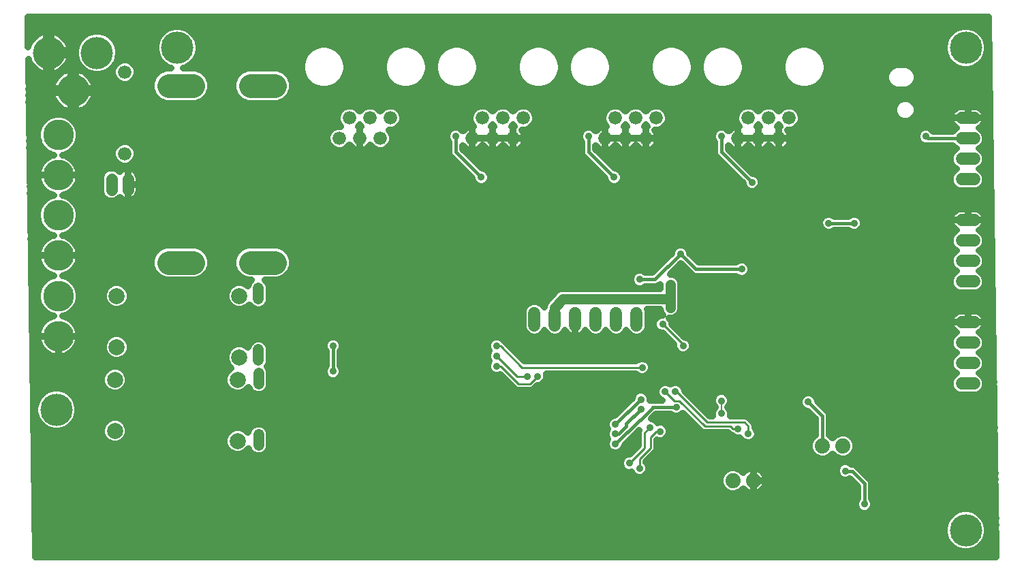
<source format=gbl>
G75*
G70*
%OFA0B0*%
%FSLAX24Y24*%
%IPPOS*%
%LPD*%
%AMOC8*
5,1,8,0,0,1.08239X$1,22.5*
%
%ADD10C,0.0660*%
%ADD11C,0.0520*%
%ADD12C,0.0600*%
%ADD13C,0.1500*%
%ADD14C,0.1181*%
%ADD15C,0.1575*%
%ADD16C,0.0787*%
%ADD17C,0.0550*%
%ADD18C,0.0740*%
%ADD19C,0.0320*%
%ADD20C,0.0396*%
%ADD21C,0.0360*%
%ADD22C,0.0500*%
%ADD23C,0.0160*%
%ADD24C,0.0080*%
%ADD25C,0.0100*%
%ADD26C,0.1581*%
D10*
X030918Y033867D03*
X030918Y037867D03*
X041418Y034617D03*
X042418Y034617D03*
X043418Y034617D03*
X042918Y035617D03*
X041918Y035617D03*
X043918Y035617D03*
X047918Y034617D03*
X048918Y034617D03*
X049918Y034617D03*
X049418Y035617D03*
X048418Y035617D03*
X050418Y035617D03*
X054418Y034617D03*
X055418Y034617D03*
X056418Y034617D03*
X055918Y035617D03*
X054918Y035617D03*
X056918Y035617D03*
X060918Y034617D03*
X061918Y034617D03*
X062918Y034617D03*
X062418Y035617D03*
X061418Y035617D03*
X063418Y035617D03*
D11*
X037463Y027283D02*
X037463Y026763D01*
X037463Y024283D02*
X037463Y023763D01*
X037471Y023127D02*
X037471Y022607D01*
X037471Y020127D02*
X037471Y019607D01*
D12*
X050963Y025473D02*
X050963Y026073D01*
X051963Y026073D02*
X051963Y025473D01*
X052963Y025473D02*
X052963Y026073D01*
X053963Y026073D02*
X053963Y025473D01*
X054963Y025473D02*
X054963Y026073D01*
X055963Y026073D02*
X055963Y025473D01*
X071868Y025617D02*
X072468Y025617D01*
X072468Y024617D02*
X071868Y024617D01*
X071868Y023617D02*
X072468Y023617D01*
X072468Y022617D02*
X071868Y022617D01*
X071868Y027617D02*
X072468Y027617D01*
X072468Y028617D02*
X071868Y028617D01*
X071868Y029617D02*
X072468Y029617D01*
X072468Y030617D02*
X071868Y030617D01*
X071868Y032617D02*
X072468Y032617D01*
X072468Y033617D02*
X071868Y033617D01*
X071868Y034617D02*
X072468Y034617D01*
X072468Y035617D02*
X071868Y035617D01*
D13*
X027668Y034788D03*
X027668Y032820D03*
X027668Y030851D03*
X027668Y028883D03*
X027668Y026914D03*
X027668Y024946D03*
D14*
X033078Y028536D02*
X034259Y028536D01*
X037078Y028536D02*
X038259Y028536D01*
X038259Y037198D02*
X037078Y037198D01*
X034259Y037198D02*
X033078Y037198D01*
D15*
X029562Y038814D03*
X027200Y038814D03*
X028400Y036963D03*
D16*
X030521Y026904D03*
X030521Y024404D03*
X030440Y022804D03*
X030440Y020304D03*
X036440Y019804D03*
X036440Y022804D03*
X036521Y023904D03*
X036521Y026904D03*
D17*
X031068Y032092D02*
X031068Y032642D01*
X030268Y032642D02*
X030268Y032092D01*
D18*
X060668Y017867D03*
X061668Y017867D03*
X065058Y019568D03*
X066058Y019568D03*
D19*
X026562Y014127D02*
X026200Y038501D01*
X026230Y038412D01*
X026282Y038306D01*
X026344Y038207D01*
X026417Y038115D01*
X026501Y038032D01*
X026593Y037958D01*
X026692Y037896D01*
X026798Y037845D01*
X026909Y037806D01*
X027024Y037780D01*
X027094Y037772D01*
X027094Y038708D01*
X027305Y038708D01*
X027305Y037772D01*
X027375Y037780D01*
X027490Y037806D01*
X027601Y037845D01*
X027707Y037896D01*
X027807Y037958D01*
X027899Y038032D01*
X027982Y038115D01*
X028055Y038207D01*
X028118Y038306D01*
X028169Y038412D01*
X028208Y038523D01*
X028234Y038638D01*
X028242Y038708D01*
X027305Y038708D01*
X027305Y038920D01*
X027094Y038920D01*
X027094Y039856D01*
X027024Y039848D01*
X026909Y039822D01*
X026798Y039783D01*
X026692Y039732D01*
X026593Y039669D01*
X026501Y039596D01*
X026417Y039513D01*
X026344Y039421D01*
X026282Y039321D01*
X026230Y039215D01*
X026192Y039104D01*
X026191Y039100D01*
X026169Y040566D01*
X073169Y040566D01*
X073562Y014127D01*
X026562Y014127D01*
X026557Y014423D02*
X071791Y014423D01*
X071664Y014457D02*
X071931Y014385D01*
X072208Y014385D01*
X072475Y014457D01*
X072715Y014595D01*
X072910Y014791D01*
X073049Y015030D01*
X073120Y015298D01*
X073120Y015574D01*
X073049Y015841D01*
X072910Y016081D01*
X072715Y016277D01*
X072475Y016415D01*
X072208Y016486D01*
X071931Y016486D01*
X071664Y016415D01*
X071425Y016277D01*
X071229Y016081D01*
X071091Y015841D01*
X071019Y015574D01*
X071019Y015298D01*
X071091Y015030D01*
X071229Y014791D01*
X071425Y014595D01*
X071664Y014457D01*
X071279Y014741D02*
X026553Y014741D01*
X026548Y015060D02*
X071083Y015060D01*
X071019Y015378D02*
X026543Y015378D01*
X026539Y015697D02*
X071052Y015697D01*
X071191Y016015D02*
X026534Y016015D01*
X026529Y016334D02*
X066889Y016334D01*
X066864Y016344D02*
X067026Y016277D01*
X067201Y016277D01*
X067362Y016344D01*
X067486Y016468D01*
X067553Y016630D01*
X067553Y016805D01*
X067486Y016967D01*
X067453Y017000D01*
X067453Y017785D01*
X067401Y017910D01*
X066801Y018510D01*
X066705Y018606D01*
X066580Y018658D01*
X066482Y018658D01*
X066425Y018715D01*
X066263Y018782D01*
X066088Y018782D01*
X065926Y018715D01*
X065803Y018592D01*
X065736Y018430D01*
X065736Y018255D01*
X065803Y018093D01*
X065926Y017969D01*
X066088Y017902D01*
X066263Y017902D01*
X066393Y017956D01*
X066773Y017577D01*
X066773Y017000D01*
X066740Y016967D01*
X066673Y016805D01*
X066673Y016630D01*
X066740Y016468D01*
X066864Y016344D01*
X066673Y016652D02*
X026524Y016652D01*
X026520Y016971D02*
X066744Y016971D01*
X066773Y017289D02*
X061922Y017289D01*
X061910Y017283D02*
X061998Y017328D01*
X062079Y017386D01*
X062149Y017457D01*
X062207Y017537D01*
X062252Y017625D01*
X062283Y017719D01*
X062298Y017817D01*
X062298Y017867D01*
X062298Y017917D01*
X062283Y018015D01*
X062252Y018109D01*
X062207Y018197D01*
X062149Y018277D01*
X062079Y018348D01*
X061998Y018406D01*
X061910Y018451D01*
X061816Y018481D01*
X061718Y018497D01*
X061668Y018497D01*
X061668Y017867D01*
X061668Y017867D01*
X061668Y017867D01*
X061668Y017237D01*
X061619Y017237D01*
X061521Y017253D01*
X061426Y017283D01*
X061338Y017328D01*
X061258Y017386D01*
X061188Y017457D01*
X061171Y017479D01*
X061025Y017333D01*
X060794Y017237D01*
X060543Y017237D01*
X060311Y017333D01*
X060134Y017510D01*
X060038Y017742D01*
X060038Y017992D01*
X060134Y018224D01*
X060311Y018401D01*
X060543Y018497D01*
X060794Y018497D01*
X061025Y018401D01*
X061171Y018255D01*
X061188Y018277D01*
X061258Y018348D01*
X061338Y018406D01*
X061426Y018451D01*
X061521Y018481D01*
X061619Y018497D01*
X061668Y018497D01*
X061668Y017867D01*
X061668Y017237D01*
X061718Y017237D01*
X061816Y017253D01*
X061910Y017283D01*
X061668Y017289D02*
X061668Y017289D01*
X061414Y017289D02*
X060920Y017289D01*
X060416Y017289D02*
X026515Y017289D01*
X026510Y017608D02*
X060094Y017608D01*
X060038Y017926D02*
X026505Y017926D01*
X026501Y018245D02*
X055729Y018245D01*
X055740Y018218D02*
X055864Y018094D01*
X056026Y018027D01*
X056201Y018027D01*
X056362Y018094D01*
X056486Y018218D01*
X056553Y018380D01*
X056553Y018555D01*
X056486Y018717D01*
X056423Y018780D01*
X056423Y018814D01*
X056814Y019205D01*
X056901Y019292D01*
X056948Y019406D01*
X056948Y019864D01*
X056954Y019870D01*
X057026Y019840D01*
X057201Y019840D01*
X057362Y019907D01*
X057486Y020031D01*
X057553Y020192D01*
X057553Y020367D01*
X057486Y020529D01*
X057362Y020653D01*
X057201Y020720D01*
X057026Y020720D01*
X056991Y020705D01*
X056986Y020717D01*
X056862Y020840D01*
X056701Y020907D01*
X056684Y020907D01*
X056904Y021127D01*
X057618Y021127D01*
X057651Y021094D01*
X057813Y021027D01*
X057988Y021027D01*
X058150Y021094D01*
X058224Y021168D01*
X059125Y020267D01*
X059239Y020220D01*
X060422Y020220D01*
X060500Y020142D01*
X060613Y020095D01*
X060676Y020032D01*
X060838Y019965D01*
X061013Y019965D01*
X061026Y019970D01*
X061053Y019906D01*
X061176Y019782D01*
X061338Y019715D01*
X061513Y019715D01*
X061675Y019782D01*
X061799Y019906D01*
X061866Y020067D01*
X061866Y020242D01*
X061799Y020404D01*
X061736Y020467D01*
X061736Y020592D01*
X061688Y020706D01*
X061501Y020893D01*
X061414Y020980D01*
X061300Y021027D01*
X060537Y021027D01*
X060553Y021067D01*
X060553Y021242D01*
X060486Y021404D01*
X060423Y021467D01*
X060486Y021531D01*
X060553Y021692D01*
X060553Y021867D01*
X060486Y022029D01*
X060362Y022153D01*
X060201Y022220D01*
X060026Y022220D01*
X059864Y022153D01*
X059740Y022029D01*
X059673Y021867D01*
X059673Y021692D01*
X059740Y021531D01*
X059803Y021467D01*
X059740Y021404D01*
X059673Y021242D01*
X059673Y021067D01*
X059690Y021027D01*
X059554Y021027D01*
X058303Y022278D01*
X058303Y022305D01*
X058236Y022467D01*
X058112Y022590D01*
X057951Y022657D01*
X057776Y022657D01*
X057614Y022590D01*
X057613Y022590D01*
X057612Y022590D01*
X057451Y022657D01*
X057276Y022657D01*
X057114Y022590D01*
X056990Y022467D01*
X056923Y022305D01*
X056923Y022130D01*
X056990Y021968D01*
X057114Y021844D01*
X057203Y021807D01*
X056670Y021807D01*
X056616Y021785D01*
X056616Y021930D01*
X056549Y022092D01*
X056425Y022215D01*
X056263Y022282D01*
X056088Y022282D01*
X055926Y022215D01*
X055803Y022092D01*
X055736Y021930D01*
X055736Y021908D01*
X054885Y021057D01*
X054838Y021057D01*
X054676Y020990D01*
X054553Y020867D01*
X054486Y020705D01*
X054486Y020530D01*
X054545Y020386D01*
X054486Y020242D01*
X054486Y020067D01*
X054553Y019906D01*
X054553Y019905D01*
X054553Y019904D01*
X054486Y019742D01*
X054486Y019567D01*
X054553Y019406D01*
X054676Y019282D01*
X054838Y019215D01*
X055013Y019215D01*
X055175Y019282D01*
X055299Y019406D01*
X055366Y019567D01*
X055366Y019614D01*
X056069Y020317D01*
X056053Y020279D01*
X056053Y019596D01*
X055615Y019157D01*
X055526Y019157D01*
X055364Y019090D01*
X055240Y018967D01*
X055173Y018805D01*
X055173Y018630D01*
X055240Y018468D01*
X055364Y018344D01*
X055526Y018277D01*
X055701Y018277D01*
X055713Y018283D01*
X055740Y018218D01*
X055201Y018563D02*
X026496Y018563D01*
X026491Y018882D02*
X055205Y018882D01*
X055658Y019200D02*
X037800Y019200D01*
X037766Y019166D02*
X037912Y019312D01*
X037991Y019504D01*
X037991Y020230D01*
X037912Y020422D01*
X037766Y020568D01*
X037575Y020647D01*
X037368Y020647D01*
X037177Y020568D01*
X037031Y020422D01*
X036951Y020230D01*
X036951Y020217D01*
X036810Y020358D01*
X036570Y020458D01*
X036310Y020458D01*
X036070Y020358D01*
X035886Y020174D01*
X035786Y019934D01*
X035786Y019674D01*
X035886Y019434D01*
X036070Y019250D01*
X036310Y019150D01*
X036570Y019150D01*
X036810Y019250D01*
X036984Y019424D01*
X037031Y019312D01*
X037177Y019166D01*
X037368Y019087D01*
X037575Y019087D01*
X037766Y019166D01*
X037991Y019519D02*
X054506Y019519D01*
X054525Y019837D02*
X037991Y019837D01*
X037991Y020156D02*
X054486Y020156D01*
X054509Y020474D02*
X037859Y020474D01*
X037083Y020474D02*
X031077Y020474D01*
X031094Y020434D02*
X030994Y020674D01*
X030810Y020858D01*
X030570Y020958D01*
X030310Y020958D01*
X030070Y020858D01*
X029886Y020674D01*
X029786Y020434D01*
X029786Y020174D01*
X029886Y019934D01*
X030070Y019750D01*
X030310Y019650D01*
X030570Y019650D01*
X030810Y019750D01*
X030994Y019934D01*
X031094Y020174D01*
X031094Y020434D01*
X031086Y020156D02*
X035878Y020156D01*
X035786Y019837D02*
X030898Y019837D01*
X029982Y019837D02*
X026477Y019837D01*
X026482Y019519D02*
X035850Y019519D01*
X036189Y019200D02*
X026486Y019200D01*
X026472Y020156D02*
X029794Y020156D01*
X029803Y020474D02*
X028181Y020474D01*
X028227Y020501D02*
X028422Y020696D01*
X028561Y020936D01*
X028632Y021203D01*
X028632Y021480D01*
X028561Y021747D01*
X028422Y021986D01*
X028227Y022182D01*
X027987Y022320D01*
X027720Y022392D01*
X027443Y022392D01*
X027176Y022320D01*
X026937Y022182D01*
X026741Y021986D01*
X026603Y021747D01*
X026531Y021480D01*
X026531Y021203D01*
X026603Y020936D01*
X026741Y020696D01*
X026937Y020501D01*
X027176Y020362D01*
X027443Y020291D01*
X027720Y020291D01*
X027987Y020362D01*
X028227Y020501D01*
X028478Y020793D02*
X030004Y020793D01*
X030875Y020793D02*
X054522Y020793D01*
X054939Y021111D02*
X028608Y021111D01*
X028632Y021430D02*
X055257Y021430D01*
X055576Y021748D02*
X028560Y021748D01*
X028342Y022067D02*
X055792Y022067D01*
X056559Y022067D02*
X056949Y022067D01*
X056956Y022385D02*
X050969Y022385D01*
X051001Y022417D02*
X051111Y022527D01*
X051201Y022527D01*
X051362Y022594D01*
X051486Y022718D01*
X051553Y022880D01*
X051553Y023055D01*
X051537Y023095D01*
X055926Y023095D01*
X055989Y023032D01*
X056151Y022965D01*
X056326Y022965D01*
X056487Y023032D01*
X056611Y023156D01*
X056678Y023317D01*
X056678Y023492D01*
X056611Y023654D01*
X056487Y023778D01*
X056326Y023845D01*
X056151Y023845D01*
X055989Y023778D01*
X055926Y023715D01*
X050491Y023715D01*
X049476Y024730D01*
X049470Y024733D01*
X049362Y024840D01*
X049201Y024907D01*
X049026Y024907D01*
X048864Y024840D01*
X048740Y024717D01*
X048673Y024555D01*
X048673Y024380D01*
X048740Y024218D01*
X048741Y024217D01*
X048740Y024217D01*
X048673Y024055D01*
X048673Y023880D01*
X048740Y023718D01*
X048741Y023717D01*
X048740Y023717D01*
X048673Y023555D01*
X048673Y023380D01*
X048740Y023218D01*
X048864Y023094D01*
X049026Y023027D01*
X049201Y023027D01*
X049272Y023057D01*
X050000Y022330D01*
X050114Y022282D01*
X050800Y022282D01*
X050914Y022330D01*
X051001Y022417D01*
X051472Y022704D02*
X071308Y022704D01*
X071308Y022728D02*
X071308Y022506D01*
X071393Y022300D01*
X071551Y022142D01*
X071757Y022057D01*
X072580Y022057D01*
X072785Y022142D01*
X072943Y022300D01*
X073028Y022506D01*
X073028Y022728D01*
X072943Y022934D01*
X072785Y023092D01*
X072724Y023117D01*
X072785Y023142D01*
X072943Y023300D01*
X073028Y023506D01*
X073028Y023728D01*
X072943Y023934D01*
X072785Y024092D01*
X072724Y024117D01*
X072785Y024142D01*
X072943Y024300D01*
X073028Y024506D01*
X073028Y024728D01*
X072943Y024934D01*
X072785Y025092D01*
X072722Y025118D01*
X072762Y025138D01*
X072833Y025190D01*
X072895Y025252D01*
X073397Y025252D01*
X073392Y025570D02*
X073028Y025570D01*
X073028Y025573D02*
X073014Y025486D01*
X072987Y025402D01*
X072947Y025324D01*
X072895Y025252D01*
X072943Y024933D02*
X073401Y024933D01*
X073406Y024615D02*
X073028Y024615D01*
X072940Y024296D02*
X073411Y024296D01*
X073415Y023978D02*
X072899Y023978D01*
X073028Y023659D02*
X073420Y023659D01*
X073425Y023341D02*
X072960Y023341D01*
X072855Y023022D02*
X073430Y023022D01*
X073434Y022704D02*
X073028Y022704D01*
X072978Y022385D02*
X073439Y022385D01*
X073444Y022067D02*
X072603Y022067D01*
X071733Y022067D02*
X064636Y022067D01*
X064612Y022090D02*
X064451Y022157D01*
X064276Y022157D01*
X064114Y022090D01*
X063990Y021967D01*
X063923Y021805D01*
X063923Y021630D01*
X063990Y021468D01*
X064114Y021344D01*
X064276Y021277D01*
X064322Y021277D01*
X064718Y020882D01*
X064718Y020109D01*
X064701Y020102D01*
X064524Y019925D01*
X064428Y019693D01*
X064428Y019442D01*
X064524Y019211D01*
X064701Y019034D01*
X064933Y018938D01*
X065183Y018938D01*
X065415Y019034D01*
X065558Y019177D01*
X065701Y019034D01*
X065933Y018938D01*
X066183Y018938D01*
X066415Y019034D01*
X066592Y019211D01*
X066688Y019442D01*
X066688Y019693D01*
X066592Y019925D01*
X066415Y020102D01*
X066183Y020198D01*
X065933Y020198D01*
X065701Y020102D01*
X065558Y019959D01*
X065415Y020102D01*
X065398Y020109D01*
X065398Y021090D01*
X065346Y021215D01*
X064803Y021758D01*
X064803Y021805D01*
X064736Y021967D01*
X064612Y022090D01*
X064813Y021748D02*
X073449Y021748D01*
X073453Y021430D02*
X065131Y021430D01*
X065389Y021111D02*
X073458Y021111D01*
X073463Y020793D02*
X065398Y020793D01*
X065398Y020474D02*
X073468Y020474D01*
X073472Y020156D02*
X066284Y020156D01*
X065832Y020156D02*
X065398Y020156D01*
X064718Y020156D02*
X061866Y020156D01*
X061736Y020474D02*
X064718Y020474D01*
X064718Y020793D02*
X061601Y020793D01*
X060553Y021111D02*
X064488Y021111D01*
X064028Y021430D02*
X060460Y021430D01*
X060553Y021748D02*
X063923Y021748D01*
X064090Y022067D02*
X060448Y022067D01*
X059778Y022067D02*
X058514Y022067D01*
X058270Y022385D02*
X071358Y022385D01*
X071308Y022728D02*
X071393Y022934D01*
X071551Y023092D01*
X071612Y023117D01*
X071551Y023142D01*
X071393Y023300D01*
X071308Y023506D01*
X071308Y023728D01*
X071393Y023934D01*
X071551Y024092D01*
X071612Y024117D01*
X071551Y024142D01*
X071393Y024300D01*
X071308Y024506D01*
X071308Y024728D01*
X071393Y024934D01*
X071551Y025092D01*
X071614Y025118D01*
X071575Y025138D01*
X071503Y025190D01*
X071441Y025252D01*
X071389Y025324D01*
X071349Y025402D01*
X071322Y025486D01*
X071308Y025573D01*
X071308Y025617D01*
X072168Y025617D01*
X072168Y025617D01*
X071308Y025617D01*
X071308Y025661D01*
X071322Y025748D01*
X071349Y025832D01*
X071389Y025911D01*
X071441Y025982D01*
X071503Y026044D01*
X071575Y026096D01*
X071653Y026136D01*
X071737Y026163D01*
X071824Y026177D01*
X072168Y026177D01*
X072168Y025617D01*
X072168Y025617D01*
X072168Y026177D01*
X072512Y026177D01*
X072599Y026163D01*
X072683Y026136D01*
X072762Y026096D01*
X072833Y026044D01*
X072895Y025982D01*
X072947Y025911D01*
X072987Y025832D01*
X073014Y025748D01*
X073028Y025661D01*
X073028Y025617D01*
X072168Y025617D01*
X072168Y025617D01*
X073028Y025617D01*
X073028Y025573D01*
X072958Y025889D02*
X073387Y025889D01*
X073382Y026207D02*
X058109Y026207D01*
X058123Y026241D02*
X058123Y027569D01*
X058045Y027756D01*
X057902Y027900D01*
X057715Y027977D01*
X057604Y027977D01*
X058113Y028487D01*
X058670Y027929D01*
X058795Y027877D01*
X060831Y027877D01*
X060864Y027844D01*
X061026Y027777D01*
X061201Y027777D01*
X061362Y027844D01*
X061486Y027968D01*
X061553Y028130D01*
X061553Y028305D01*
X061486Y028467D01*
X061362Y028590D01*
X061201Y028657D01*
X061026Y028657D01*
X060864Y028590D01*
X060831Y028557D01*
X059004Y028557D01*
X058553Y029008D01*
X058553Y029055D01*
X058486Y029217D01*
X058362Y029340D01*
X058201Y029407D01*
X058026Y029407D01*
X057864Y029340D01*
X057740Y029217D01*
X057673Y029055D01*
X057673Y029008D01*
X056722Y028057D01*
X056395Y028057D01*
X056362Y028090D01*
X056201Y028157D01*
X056026Y028157D01*
X055864Y028090D01*
X055740Y027967D01*
X055673Y027805D01*
X055673Y027630D01*
X055740Y027468D01*
X055864Y027344D01*
X056026Y027277D01*
X056201Y027277D01*
X056362Y027344D01*
X056395Y027377D01*
X056931Y027377D01*
X057056Y027429D01*
X057103Y027477D01*
X057103Y027277D01*
X052449Y027277D01*
X052434Y027282D01*
X052348Y027277D01*
X052262Y027277D01*
X052247Y027271D01*
X052232Y027271D01*
X052154Y027233D01*
X052074Y027200D01*
X052063Y027189D01*
X052049Y027182D01*
X051992Y027117D01*
X051931Y027056D01*
X051925Y027042D01*
X051592Y026668D01*
X051531Y026607D01*
X051525Y026592D01*
X051515Y026581D01*
X051487Y026499D01*
X051453Y026419D01*
X051453Y026404D01*
X051448Y026389D01*
X051450Y026361D01*
X051438Y026390D01*
X051281Y026547D01*
X051075Y026633D01*
X050852Y026633D01*
X050646Y026547D01*
X050489Y026390D01*
X050403Y026184D01*
X050403Y025361D01*
X050489Y025155D01*
X050646Y024998D01*
X050852Y024913D01*
X051075Y024913D01*
X051281Y024998D01*
X051438Y025155D01*
X051463Y025216D01*
X051489Y025155D01*
X051646Y024998D01*
X051852Y024913D01*
X052075Y024913D01*
X052281Y024998D01*
X052438Y025155D01*
X052464Y025219D01*
X052485Y025179D01*
X052536Y025108D01*
X052599Y025045D01*
X052670Y024994D01*
X052748Y024954D01*
X052832Y024926D01*
X052919Y024913D01*
X052963Y024913D01*
X052963Y025773D01*
X052963Y025773D01*
X052963Y024913D01*
X053008Y024913D01*
X053095Y024926D01*
X053178Y024954D01*
X053257Y024994D01*
X053328Y025045D01*
X053391Y025108D01*
X053442Y025179D01*
X053463Y025219D01*
X053489Y025155D01*
X053646Y024998D01*
X053852Y024913D01*
X054075Y024913D01*
X054281Y024998D01*
X054438Y025155D01*
X054463Y025216D01*
X054489Y025155D01*
X054646Y024998D01*
X054852Y024913D01*
X055075Y024913D01*
X055281Y024998D01*
X055438Y025155D01*
X055463Y025216D01*
X055489Y025155D01*
X055646Y024998D01*
X055852Y024913D01*
X056075Y024913D01*
X056281Y024998D01*
X056438Y025155D01*
X056523Y025361D01*
X056523Y026184D01*
X056493Y026257D01*
X057103Y026257D01*
X057103Y026241D01*
X057181Y026054D01*
X057264Y025970D01*
X057151Y025970D01*
X056989Y025903D01*
X056865Y025779D01*
X056798Y025617D01*
X056798Y025442D01*
X056865Y025281D01*
X056989Y025157D01*
X057151Y025090D01*
X057240Y025090D01*
X057798Y024531D01*
X057798Y024380D01*
X057865Y024218D01*
X057989Y024094D01*
X058151Y024027D01*
X058326Y024027D01*
X058487Y024094D01*
X058611Y024218D01*
X058678Y024380D01*
X058678Y024555D01*
X058611Y024717D01*
X058487Y024840D01*
X058326Y024907D01*
X058299Y024907D01*
X057678Y025528D01*
X057678Y025617D01*
X057611Y025779D01*
X057558Y025832D01*
X057715Y025832D01*
X057902Y025910D01*
X058045Y026054D01*
X058123Y026241D01*
X058123Y026526D02*
X073378Y026526D01*
X073373Y026844D02*
X058123Y026844D01*
X058123Y027163D02*
X071530Y027163D01*
X071551Y027142D02*
X071757Y027057D01*
X072580Y027057D01*
X072785Y027142D01*
X072943Y027300D01*
X073028Y027506D01*
X073028Y027728D01*
X072943Y027934D01*
X072785Y028092D01*
X072724Y028117D01*
X072785Y028142D01*
X072943Y028300D01*
X073028Y028506D01*
X073028Y028728D01*
X072943Y028934D01*
X072785Y029092D01*
X072724Y029117D01*
X072785Y029142D01*
X072943Y029300D01*
X073028Y029506D01*
X073028Y029728D01*
X072943Y029934D01*
X072785Y030092D01*
X072722Y030118D01*
X072762Y030138D01*
X072833Y030190D01*
X072895Y030252D01*
X072947Y030324D01*
X072987Y030402D01*
X073014Y030486D01*
X073028Y030573D01*
X073028Y030617D01*
X073028Y030661D01*
X073014Y030748D01*
X072987Y030832D01*
X072947Y030911D01*
X072895Y030982D01*
X072833Y031044D01*
X072762Y031096D01*
X072683Y031136D01*
X072599Y031163D01*
X072512Y031177D01*
X072168Y031177D01*
X071824Y031177D01*
X071737Y031163D01*
X071653Y031136D01*
X071575Y031096D01*
X071503Y031044D01*
X071441Y030982D01*
X071389Y030911D01*
X071349Y030832D01*
X071322Y030748D01*
X071308Y030661D01*
X071308Y030617D01*
X071308Y030573D01*
X071322Y030486D01*
X071349Y030402D01*
X071389Y030324D01*
X071441Y030252D01*
X071503Y030190D01*
X071575Y030138D01*
X071614Y030118D01*
X071551Y030092D01*
X071393Y029934D01*
X071308Y029728D01*
X071308Y029506D01*
X071393Y029300D01*
X071551Y029142D01*
X071612Y029117D01*
X071551Y029092D01*
X071393Y028934D01*
X071308Y028728D01*
X071308Y028506D01*
X071393Y028300D01*
X071551Y028142D01*
X071612Y028117D01*
X071551Y028092D01*
X071393Y027934D01*
X071308Y027728D01*
X071308Y027506D01*
X071393Y027300D01*
X071551Y027142D01*
X071318Y027481D02*
X058123Y027481D01*
X058002Y027800D02*
X060971Y027800D01*
X061255Y027800D02*
X071338Y027800D01*
X071609Y028118D02*
X061548Y028118D01*
X061498Y028437D02*
X071337Y028437D01*
X071319Y028755D02*
X058806Y028755D01*
X058545Y029074D02*
X071533Y029074D01*
X071355Y029392D02*
X058237Y029392D01*
X057989Y029392D02*
X028541Y029392D01*
X028554Y029372D02*
X028493Y029468D01*
X028422Y029557D01*
X028342Y029637D01*
X028254Y029708D01*
X028158Y029768D01*
X028055Y029817D01*
X027948Y029855D01*
X027896Y029867D01*
X028058Y029910D01*
X028288Y030043D01*
X028476Y030231D01*
X028609Y030461D01*
X028678Y030718D01*
X028678Y030984D01*
X028609Y031241D01*
X028476Y031471D01*
X028288Y031659D01*
X028058Y031792D01*
X027896Y031836D01*
X027948Y031848D01*
X028055Y031885D01*
X028158Y031934D01*
X028254Y031995D01*
X028342Y032065D01*
X028422Y032146D01*
X028493Y032234D01*
X028554Y032330D01*
X028603Y032433D01*
X028640Y032540D01*
X028665Y032650D01*
X028678Y032763D01*
X028678Y032820D01*
X028678Y032876D01*
X028665Y032989D01*
X028640Y033100D01*
X028603Y033207D01*
X028554Y033309D01*
X028493Y033405D01*
X028422Y033494D01*
X028342Y033574D01*
X028254Y033645D01*
X028158Y033705D01*
X028055Y033754D01*
X027948Y033792D01*
X027896Y033804D01*
X028058Y033847D01*
X028288Y033980D01*
X028476Y034168D01*
X028609Y034398D01*
X028678Y034655D01*
X028678Y034921D01*
X028609Y035178D01*
X028476Y035408D01*
X028288Y035596D01*
X028058Y035729D01*
X027801Y035798D01*
X027535Y035798D01*
X027278Y035729D01*
X027048Y035596D01*
X026860Y035408D01*
X026727Y035178D01*
X026658Y034921D01*
X026658Y034655D01*
X026727Y034398D01*
X026860Y034168D01*
X027048Y033980D01*
X027278Y033847D01*
X027440Y033804D01*
X027388Y033792D01*
X027281Y033754D01*
X027179Y033705D01*
X027083Y033645D01*
X026994Y033574D01*
X026914Y033494D01*
X026843Y033405D01*
X026783Y033309D01*
X026734Y033207D01*
X026696Y033100D01*
X026671Y032989D01*
X026658Y032876D01*
X026658Y032820D01*
X027668Y032820D01*
X027668Y032820D01*
X026658Y032820D01*
X026658Y032763D01*
X026671Y032650D01*
X026696Y032540D01*
X026734Y032433D01*
X026783Y032330D01*
X026843Y032234D01*
X026914Y032146D01*
X026994Y032065D01*
X027083Y031995D01*
X027179Y031934D01*
X027281Y031885D01*
X027388Y031848D01*
X027440Y031836D01*
X027278Y031792D01*
X027048Y031659D01*
X026860Y031471D01*
X026727Y031241D01*
X026658Y030984D01*
X026658Y030718D01*
X026727Y030461D01*
X026860Y030231D01*
X027048Y030043D01*
X027278Y029910D01*
X027440Y029867D01*
X027388Y029855D01*
X027281Y029817D01*
X027179Y029768D01*
X027083Y029708D01*
X026994Y029637D01*
X026914Y029557D01*
X026843Y029468D01*
X026783Y029372D01*
X026734Y029270D01*
X026696Y029163D01*
X026671Y029052D01*
X026658Y028939D01*
X026658Y028883D01*
X027668Y028883D01*
X027668Y028883D01*
X026658Y028883D01*
X026658Y028826D01*
X026671Y028713D01*
X026696Y028603D01*
X026734Y028496D01*
X026783Y028393D01*
X026843Y028297D01*
X026914Y028209D01*
X026994Y028128D01*
X027083Y028058D01*
X027179Y027997D01*
X027281Y027948D01*
X027388Y027911D01*
X027440Y027899D01*
X027278Y027855D01*
X027048Y027722D01*
X026860Y027534D01*
X026727Y027304D01*
X026658Y027047D01*
X026658Y026781D01*
X026727Y026524D01*
X026860Y026294D01*
X027048Y026106D01*
X027278Y025973D01*
X027440Y025930D01*
X027388Y025918D01*
X027281Y025880D01*
X027179Y025831D01*
X027083Y025771D01*
X026994Y025700D01*
X026914Y025620D01*
X026843Y025531D01*
X026783Y025435D01*
X026734Y025333D01*
X026696Y025226D01*
X026671Y025115D01*
X026658Y025002D01*
X026658Y024946D01*
X027668Y024946D01*
X027668Y024946D01*
X026658Y024946D01*
X026658Y024889D01*
X026671Y024776D01*
X026696Y024666D01*
X026734Y024559D01*
X026783Y024456D01*
X026843Y024360D01*
X026914Y024272D01*
X026994Y024191D01*
X027083Y024121D01*
X027179Y024060D01*
X027281Y024011D01*
X027388Y023974D01*
X027499Y023948D01*
X027611Y023936D01*
X027668Y023936D01*
X027668Y024946D01*
X028678Y024946D01*
X028678Y025002D01*
X028665Y025115D01*
X028640Y025226D01*
X028603Y025333D01*
X028554Y025435D01*
X028493Y025531D01*
X028422Y025620D01*
X028342Y025700D01*
X028254Y025771D01*
X028158Y025831D01*
X028055Y025880D01*
X027948Y025918D01*
X027896Y025930D01*
X028058Y025973D01*
X028288Y026106D01*
X028476Y026294D01*
X028609Y026524D01*
X028678Y026781D01*
X028678Y027047D01*
X028609Y027304D01*
X028476Y027534D01*
X028288Y027722D01*
X028058Y027855D01*
X027896Y027899D01*
X027948Y027911D01*
X028055Y027948D01*
X028158Y027997D01*
X028254Y028058D01*
X028342Y028128D01*
X028422Y028209D01*
X028493Y028297D01*
X028554Y028393D01*
X028603Y028496D01*
X028640Y028603D01*
X028665Y028713D01*
X028678Y028826D01*
X028678Y028883D01*
X028678Y028939D01*
X028665Y029052D01*
X028640Y029163D01*
X028603Y029270D01*
X028554Y029372D01*
X028661Y029074D02*
X032412Y029074D01*
X032357Y029018D02*
X032227Y028705D01*
X032227Y028367D01*
X032357Y028055D01*
X032596Y027815D01*
X032908Y027686D01*
X034428Y027686D01*
X034741Y027815D01*
X034980Y028055D01*
X035109Y028367D01*
X035109Y028705D01*
X034980Y029018D01*
X034741Y029257D01*
X034428Y029387D01*
X032908Y029387D01*
X032596Y029257D01*
X032357Y029018D01*
X032248Y028755D02*
X028670Y028755D01*
X028678Y028883D02*
X027668Y028883D01*
X028678Y028883D01*
X028574Y028437D02*
X032227Y028437D01*
X032330Y028118D02*
X028330Y028118D01*
X028154Y027800D02*
X032633Y027800D01*
X031075Y027275D02*
X030891Y027459D01*
X030651Y027558D01*
X030391Y027558D01*
X030150Y027459D01*
X029966Y027275D01*
X029867Y027034D01*
X029867Y026774D01*
X029966Y026534D01*
X030150Y026350D01*
X030391Y026251D01*
X030651Y026251D01*
X030891Y026350D01*
X031075Y026534D01*
X031174Y026774D01*
X031174Y027034D01*
X031075Y027275D01*
X031121Y027163D02*
X035920Y027163D01*
X035966Y027275D02*
X035867Y027034D01*
X035867Y026774D01*
X035966Y026534D01*
X036150Y026350D01*
X036391Y026251D01*
X036651Y026251D01*
X036891Y026350D01*
X037019Y026478D01*
X037023Y026468D01*
X037169Y026322D01*
X037360Y026243D01*
X037567Y026243D01*
X037758Y026322D01*
X037904Y026468D01*
X037983Y026659D01*
X037983Y027386D01*
X037904Y027577D01*
X037796Y027686D01*
X038428Y027686D01*
X038741Y027815D01*
X038980Y028055D01*
X039109Y028367D01*
X039109Y028705D01*
X038980Y029018D01*
X038741Y029257D01*
X038428Y029387D01*
X036908Y029387D01*
X036596Y029257D01*
X036357Y029018D01*
X036227Y028705D01*
X036227Y028367D01*
X036357Y028055D01*
X036596Y027815D01*
X036908Y027686D01*
X037131Y027686D01*
X037023Y027577D01*
X036949Y027400D01*
X036891Y027459D01*
X036651Y027558D01*
X036391Y027558D01*
X036150Y027459D01*
X035966Y027275D01*
X036205Y027481D02*
X030836Y027481D01*
X030205Y027481D02*
X028507Y027481D01*
X028647Y027163D02*
X029920Y027163D01*
X029867Y026844D02*
X028678Y026844D01*
X028610Y026526D02*
X029975Y026526D01*
X031067Y026526D02*
X035975Y026526D01*
X035867Y026844D02*
X031174Y026844D01*
X028390Y026207D02*
X050413Y026207D01*
X050403Y025889D02*
X028031Y025889D01*
X028462Y025570D02*
X050403Y025570D01*
X050449Y025252D02*
X028631Y025252D01*
X028678Y024946D02*
X027668Y024946D01*
X027668Y024946D01*
X027668Y024946D01*
X027668Y023936D01*
X027725Y023936D01*
X027838Y023948D01*
X027948Y023974D01*
X028055Y024011D01*
X028158Y024060D01*
X028254Y024121D01*
X028342Y024191D01*
X028422Y024272D01*
X028493Y024360D01*
X028554Y024456D01*
X028603Y024559D01*
X028640Y024666D01*
X028665Y024776D01*
X028678Y024889D01*
X028678Y024946D01*
X028678Y024933D02*
X030125Y024933D01*
X030150Y024959D02*
X029966Y024775D01*
X029867Y024534D01*
X029867Y024274D01*
X029966Y024034D01*
X030150Y023850D01*
X030391Y023751D01*
X030651Y023751D01*
X030891Y023850D01*
X031075Y024034D01*
X031174Y024274D01*
X031174Y024534D01*
X031075Y024775D01*
X030891Y024959D01*
X030651Y025058D01*
X030391Y025058D01*
X030150Y024959D01*
X029900Y024615D02*
X028622Y024615D01*
X028442Y024296D02*
X029867Y024296D01*
X030023Y023978D02*
X027960Y023978D01*
X027668Y023978D02*
X027668Y023978D01*
X027376Y023978D02*
X026415Y023978D01*
X026411Y024296D02*
X026894Y024296D01*
X026714Y024615D02*
X026406Y024615D01*
X026401Y024933D02*
X026658Y024933D01*
X026705Y025252D02*
X026397Y025252D01*
X026392Y025570D02*
X026875Y025570D01*
X027306Y025889D02*
X026387Y025889D01*
X026382Y026207D02*
X026947Y026207D01*
X026727Y026526D02*
X026378Y026526D01*
X026373Y026844D02*
X026658Y026844D01*
X026689Y027163D02*
X026368Y027163D01*
X026363Y027481D02*
X026829Y027481D01*
X027182Y027800D02*
X026359Y027800D01*
X026354Y028118D02*
X027007Y028118D01*
X026762Y028437D02*
X026349Y028437D01*
X026344Y028755D02*
X026666Y028755D01*
X026676Y029074D02*
X026340Y029074D01*
X026335Y029392D02*
X026796Y029392D01*
X027088Y029711D02*
X026330Y029711D01*
X026326Y030029D02*
X027072Y030029D01*
X026793Y030348D02*
X026321Y030348D01*
X026316Y030666D02*
X026672Y030666D01*
X026658Y030985D02*
X026311Y030985D01*
X026307Y031303D02*
X026763Y031303D01*
X027010Y031622D02*
X026302Y031622D01*
X026297Y031940D02*
X027169Y031940D01*
X026828Y032259D02*
X026292Y032259D01*
X026288Y032577D02*
X026688Y032577D01*
X026660Y032896D02*
X026283Y032896D01*
X026278Y033214D02*
X026737Y033214D01*
X026953Y033533D02*
X026273Y033533D01*
X026269Y033851D02*
X027271Y033851D01*
X026859Y034170D02*
X026264Y034170D01*
X026259Y034488D02*
X026703Y034488D01*
X026658Y034807D02*
X026255Y034807D01*
X026250Y035125D02*
X026713Y035125D01*
X026895Y035444D02*
X026245Y035444D01*
X026240Y035762D02*
X027401Y035762D01*
X027701Y036181D02*
X027618Y036264D01*
X027545Y036356D01*
X027482Y036456D01*
X027431Y036562D01*
X027392Y036673D01*
X027366Y036788D01*
X027358Y036858D01*
X028295Y036858D01*
X028506Y036858D01*
X028506Y037069D01*
X029443Y037069D01*
X029435Y037139D01*
X029409Y037254D01*
X029370Y037365D01*
X029319Y037471D01*
X029256Y037571D01*
X029183Y037662D01*
X029100Y037746D01*
X029008Y037819D01*
X028908Y037882D01*
X028802Y037933D01*
X028691Y037972D01*
X028576Y037998D01*
X028506Y038006D01*
X028506Y037069D01*
X028295Y037069D01*
X028295Y036858D01*
X028295Y035921D01*
X028225Y035929D01*
X028110Y035955D01*
X027999Y035994D01*
X027893Y036045D01*
X027793Y036108D01*
X027701Y036181D01*
X027836Y036081D02*
X026236Y036081D01*
X026231Y036399D02*
X027518Y036399D01*
X027382Y036718D02*
X026226Y036718D01*
X026221Y037036D02*
X028295Y037036D01*
X028295Y037069D02*
X027358Y037069D01*
X027366Y037139D01*
X027392Y037254D01*
X027431Y037365D01*
X027482Y037471D01*
X027545Y037571D01*
X027618Y037662D01*
X027701Y037746D01*
X027793Y037819D01*
X027893Y037882D01*
X027999Y037933D01*
X028110Y037972D01*
X028225Y037998D01*
X028295Y038006D01*
X028295Y037069D01*
X028506Y037036D02*
X032227Y037036D01*
X032227Y037029D02*
X032357Y036716D01*
X032596Y036477D01*
X032908Y036347D01*
X034428Y036347D01*
X034741Y036477D01*
X034980Y036716D01*
X035109Y037029D01*
X035109Y037367D01*
X034980Y037680D01*
X034741Y037919D01*
X034428Y038048D01*
X033778Y038048D01*
X033893Y038079D01*
X034132Y038217D01*
X034328Y038413D01*
X034466Y038652D01*
X034538Y038920D01*
X034538Y039196D01*
X034466Y039463D01*
X034328Y039703D01*
X034132Y039899D01*
X033893Y040037D01*
X033625Y040109D01*
X033349Y040109D01*
X033082Y040037D01*
X032842Y039899D01*
X032646Y039703D01*
X032508Y039463D01*
X032437Y039196D01*
X032437Y038920D01*
X032508Y038652D01*
X032646Y038413D01*
X032842Y038217D01*
X033082Y038079D01*
X033196Y038048D01*
X032908Y038048D01*
X032596Y037919D01*
X032357Y037680D01*
X032227Y037367D01*
X032227Y037029D01*
X032227Y037355D02*
X031224Y037355D01*
X031252Y037367D02*
X031418Y037533D01*
X031508Y037750D01*
X031508Y037984D01*
X031418Y038201D01*
X031252Y038367D01*
X031036Y038457D01*
X030801Y038457D01*
X030584Y038367D01*
X030418Y038201D01*
X030328Y037984D01*
X030328Y037750D01*
X030418Y037533D01*
X030584Y037367D01*
X030801Y037277D01*
X031036Y037277D01*
X031252Y037367D01*
X031477Y037673D02*
X032354Y037673D01*
X032772Y037992D02*
X031505Y037992D01*
X031309Y038310D02*
X032749Y038310D01*
X032522Y038629D02*
X030597Y038629D01*
X030609Y038676D02*
X030538Y038410D01*
X030400Y038171D01*
X030205Y037976D01*
X029966Y037838D01*
X029700Y037766D01*
X029424Y037766D01*
X029158Y037838D01*
X028919Y037976D01*
X028724Y038171D01*
X028586Y038410D01*
X028514Y038676D01*
X028514Y038952D01*
X028586Y039218D01*
X028724Y039457D01*
X028919Y039652D01*
X029158Y039790D01*
X029424Y039861D01*
X029700Y039861D01*
X029966Y039790D01*
X030205Y039652D01*
X030400Y039457D01*
X030538Y039218D01*
X030609Y038952D01*
X030609Y038676D01*
X030609Y038947D02*
X032437Y038947D01*
X032455Y039266D02*
X030510Y039266D01*
X030273Y039584D02*
X032578Y039584D01*
X032850Y039903D02*
X026179Y039903D01*
X026174Y040221D02*
X073174Y040221D01*
X073179Y039903D02*
X072707Y039903D01*
X072715Y039899D02*
X072475Y040037D01*
X072208Y040109D01*
X071931Y040109D01*
X071664Y040037D01*
X071425Y039899D01*
X071229Y039703D01*
X071091Y039463D01*
X071019Y039196D01*
X071019Y038920D01*
X071091Y038652D01*
X071229Y038413D01*
X071425Y038217D01*
X071664Y038079D01*
X071931Y038007D01*
X072208Y038007D01*
X072475Y038079D01*
X072715Y038217D01*
X072910Y038413D01*
X073049Y038652D01*
X073120Y038920D01*
X073120Y039196D01*
X073049Y039463D01*
X072910Y039703D01*
X072715Y039899D01*
X072979Y039584D02*
X073184Y039584D01*
X073188Y039266D02*
X073102Y039266D01*
X073120Y038947D02*
X073193Y038947D01*
X073198Y038629D02*
X073035Y038629D01*
X073202Y038310D02*
X072808Y038310D01*
X073207Y037992D02*
X069574Y037992D01*
X069599Y037967D02*
X069425Y038140D01*
X069198Y038234D01*
X068953Y038234D01*
X068918Y038220D01*
X068884Y038234D01*
X068638Y038234D01*
X068411Y038140D01*
X068237Y037967D01*
X068143Y037740D01*
X068143Y037494D01*
X068237Y037267D01*
X068411Y037094D01*
X068638Y037000D01*
X068884Y037000D01*
X068918Y037014D01*
X068953Y037000D01*
X069198Y037000D01*
X069425Y037094D01*
X069599Y037267D01*
X069693Y037494D01*
X069693Y037740D01*
X069599Y037967D01*
X069693Y037673D02*
X073212Y037673D01*
X073217Y037355D02*
X069635Y037355D01*
X069288Y037036D02*
X073221Y037036D01*
X073226Y036718D02*
X038981Y036718D01*
X038980Y036716D02*
X039109Y037029D01*
X039109Y037367D01*
X038980Y037680D01*
X038741Y037919D01*
X038428Y038048D01*
X036908Y038048D01*
X036596Y037919D01*
X036357Y037680D01*
X036227Y037367D01*
X036227Y037029D01*
X036357Y036716D01*
X036596Y036477D01*
X036908Y036347D01*
X038428Y036347D01*
X038741Y036477D01*
X038980Y036716D01*
X039109Y037036D02*
X040451Y037036D01*
X040523Y037017D02*
X040813Y037017D01*
X041093Y037092D01*
X041344Y037237D01*
X041548Y037442D01*
X041693Y037692D01*
X041768Y037972D01*
X041768Y038262D01*
X041693Y038542D01*
X041548Y038792D01*
X041344Y038997D01*
X041093Y039142D01*
X040813Y039217D01*
X040523Y039217D01*
X040244Y039142D01*
X039993Y038997D01*
X039788Y038792D01*
X039643Y038542D01*
X039568Y038262D01*
X039568Y037972D01*
X039643Y037692D01*
X039788Y037442D01*
X039993Y037237D01*
X040244Y037092D01*
X040523Y037017D01*
X040885Y037036D02*
X044451Y037036D01*
X044523Y037017D02*
X044813Y037017D01*
X045093Y037092D01*
X045344Y037237D01*
X045548Y037442D01*
X045693Y037692D01*
X045768Y037972D01*
X045768Y038262D01*
X045693Y038542D01*
X045548Y038792D01*
X045344Y038997D01*
X045093Y039142D01*
X044813Y039217D01*
X044523Y039217D01*
X044244Y039142D01*
X043993Y038997D01*
X043788Y038792D01*
X043643Y038542D01*
X043568Y038262D01*
X043568Y037972D01*
X043643Y037692D01*
X043788Y037442D01*
X043993Y037237D01*
X044244Y037092D01*
X044523Y037017D01*
X044885Y037036D02*
X046951Y037036D01*
X047023Y037017D02*
X047313Y037017D01*
X047593Y037092D01*
X047844Y037237D01*
X048048Y037442D01*
X048193Y037692D01*
X048268Y037972D01*
X048268Y038262D01*
X048193Y038542D01*
X048048Y038792D01*
X047844Y038997D01*
X047593Y039142D01*
X047313Y039217D01*
X047023Y039217D01*
X046744Y039142D01*
X046493Y038997D01*
X046288Y038792D01*
X046143Y038542D01*
X046068Y038262D01*
X046068Y037972D01*
X046143Y037692D01*
X046288Y037442D01*
X046493Y037237D01*
X046744Y037092D01*
X047023Y037017D01*
X047385Y037036D02*
X050951Y037036D01*
X051023Y037017D02*
X051313Y037017D01*
X051593Y037092D01*
X051844Y037237D01*
X052048Y037442D01*
X052193Y037692D01*
X052268Y037972D01*
X052268Y038262D01*
X052193Y038542D01*
X052048Y038792D01*
X051844Y038997D01*
X051593Y039142D01*
X051313Y039217D01*
X051023Y039217D01*
X050744Y039142D01*
X050493Y038997D01*
X050288Y038792D01*
X050143Y038542D01*
X050068Y038262D01*
X050068Y037972D01*
X050143Y037692D01*
X050288Y037442D01*
X050493Y037237D01*
X050744Y037092D01*
X051023Y037017D01*
X051385Y037036D02*
X053451Y037036D01*
X053523Y037017D02*
X053813Y037017D01*
X054093Y037092D01*
X054344Y037237D01*
X054548Y037442D01*
X054693Y037692D01*
X054768Y037972D01*
X054768Y038262D01*
X054693Y038542D01*
X054548Y038792D01*
X054344Y038997D01*
X054093Y039142D01*
X053813Y039217D01*
X053523Y039217D01*
X053244Y039142D01*
X052993Y038997D01*
X052788Y038792D01*
X052643Y038542D01*
X052568Y038262D01*
X052568Y037972D01*
X052643Y037692D01*
X052788Y037442D01*
X052993Y037237D01*
X053244Y037092D01*
X053523Y037017D01*
X053885Y037036D02*
X057451Y037036D01*
X057523Y037017D02*
X057813Y037017D01*
X058093Y037092D01*
X058344Y037237D01*
X058548Y037442D01*
X058693Y037692D01*
X058768Y037972D01*
X058768Y038262D01*
X058693Y038542D01*
X058548Y038792D01*
X058344Y038997D01*
X058093Y039142D01*
X057813Y039217D01*
X057523Y039217D01*
X057244Y039142D01*
X056993Y038997D01*
X056788Y038792D01*
X056643Y038542D01*
X056568Y038262D01*
X056568Y037972D01*
X056643Y037692D01*
X056788Y037442D01*
X056993Y037237D01*
X057244Y037092D01*
X057523Y037017D01*
X057885Y037036D02*
X059951Y037036D01*
X060023Y037017D02*
X060313Y037017D01*
X060593Y037092D01*
X060844Y037237D01*
X061048Y037442D01*
X061193Y037692D01*
X061268Y037972D01*
X061268Y038262D01*
X061193Y038542D01*
X061048Y038792D01*
X060844Y038997D01*
X060593Y039142D01*
X060313Y039217D01*
X060023Y039217D01*
X059744Y039142D01*
X059493Y038997D01*
X059288Y038792D01*
X059143Y038542D01*
X059068Y038262D01*
X059068Y037972D01*
X059143Y037692D01*
X059288Y037442D01*
X059493Y037237D01*
X059744Y037092D01*
X060023Y037017D01*
X060385Y037036D02*
X063951Y037036D01*
X064023Y037017D02*
X064313Y037017D01*
X064593Y037092D01*
X064844Y037237D01*
X065048Y037442D01*
X065193Y037692D01*
X065268Y037972D01*
X065268Y038262D01*
X065193Y038542D01*
X065048Y038792D01*
X064844Y038997D01*
X064593Y039142D01*
X064313Y039217D01*
X064023Y039217D01*
X063744Y039142D01*
X063493Y038997D01*
X063288Y038792D01*
X063143Y038542D01*
X063068Y038262D01*
X063068Y037972D01*
X063143Y037692D01*
X063288Y037442D01*
X063493Y037237D01*
X063744Y037092D01*
X064023Y037017D01*
X064385Y037036D02*
X068549Y037036D01*
X068201Y037355D02*
X064962Y037355D01*
X065182Y037673D02*
X068143Y037673D01*
X068262Y037992D02*
X065268Y037992D01*
X065255Y038310D02*
X071332Y038310D01*
X071104Y038629D02*
X065143Y038629D01*
X064893Y038947D02*
X071019Y038947D01*
X071038Y039266D02*
X034519Y039266D01*
X034538Y038947D02*
X039943Y038947D01*
X039694Y038629D02*
X034452Y038629D01*
X034225Y038310D02*
X039581Y038310D01*
X039568Y037992D02*
X038564Y037992D01*
X038982Y037673D02*
X039654Y037673D01*
X039875Y037355D02*
X039109Y037355D01*
X038554Y036399D02*
X068704Y036399D01*
X068642Y036337D02*
X068799Y036494D01*
X069004Y036579D01*
X069226Y036579D01*
X069431Y036494D01*
X069588Y036337D01*
X069673Y036132D01*
X069673Y035909D01*
X069588Y035704D01*
X069431Y035547D01*
X069226Y035462D01*
X069004Y035462D01*
X068799Y035547D01*
X068642Y035704D01*
X068557Y035909D01*
X068557Y036132D01*
X068642Y036337D01*
X068557Y036081D02*
X063789Y036081D01*
X063752Y036117D02*
X063536Y036207D01*
X063301Y036207D01*
X063084Y036117D01*
X062918Y035951D01*
X062752Y036117D01*
X062536Y036207D01*
X062301Y036207D01*
X062084Y036117D01*
X061918Y035951D01*
X061752Y036117D01*
X061536Y036207D01*
X061301Y036207D01*
X061084Y036117D01*
X060918Y035951D01*
X060828Y035734D01*
X060828Y035500D01*
X060918Y035283D01*
X060999Y035202D01*
X060965Y035207D01*
X060918Y035207D01*
X060872Y035207D01*
X060780Y035192D01*
X060692Y035164D01*
X060609Y035122D01*
X060534Y035067D01*
X060468Y035001D01*
X060461Y034992D01*
X060362Y035090D01*
X060201Y035157D01*
X060026Y035157D01*
X059864Y035090D01*
X059740Y034967D01*
X059673Y034805D01*
X059673Y034630D01*
X059740Y034468D01*
X059773Y034435D01*
X059773Y033900D01*
X059825Y033775D01*
X061173Y032427D01*
X061173Y032380D01*
X061240Y032218D01*
X061364Y032094D01*
X061526Y032027D01*
X061701Y032027D01*
X061862Y032094D01*
X061986Y032218D01*
X062053Y032380D01*
X062053Y032555D01*
X061986Y032717D01*
X061862Y032840D01*
X061701Y032907D01*
X061654Y032907D01*
X060453Y034108D01*
X060453Y034253D01*
X060468Y034233D01*
X060534Y034167D01*
X060609Y034112D01*
X060692Y034070D01*
X060780Y034042D01*
X060872Y034027D01*
X060918Y034027D01*
X060918Y034617D01*
X060918Y035207D01*
X060918Y034617D01*
X060918Y034617D01*
X060918Y034617D01*
X060918Y034027D01*
X060965Y034027D01*
X061056Y034042D01*
X061145Y034070D01*
X061227Y034112D01*
X061303Y034167D01*
X061368Y034233D01*
X061418Y034301D01*
X061468Y034233D01*
X061534Y034167D01*
X061609Y034112D01*
X061692Y034070D01*
X061780Y034042D01*
X061872Y034027D01*
X061918Y034027D01*
X061918Y034617D01*
X060918Y034617D01*
X061508Y034617D01*
X061918Y034617D01*
X061918Y034617D01*
X061918Y034617D01*
X061918Y035207D01*
X061872Y035207D01*
X061837Y035202D01*
X061918Y035283D01*
X061999Y035202D01*
X061965Y035207D01*
X061918Y035207D01*
X061918Y034617D01*
X061918Y034617D01*
X061918Y034027D01*
X061965Y034027D01*
X062056Y034042D01*
X062145Y034070D01*
X062227Y034112D01*
X062303Y034167D01*
X062368Y034233D01*
X062418Y034301D01*
X062468Y034233D01*
X062534Y034167D01*
X062609Y034112D01*
X062692Y034070D01*
X062780Y034042D01*
X062872Y034027D01*
X062918Y034027D01*
X062918Y034617D01*
X062508Y034617D01*
X061918Y034617D01*
X062918Y034617D01*
X062918Y034617D01*
X062918Y034617D01*
X062918Y035207D01*
X062872Y035207D01*
X062837Y035202D01*
X062918Y035283D01*
X062999Y035202D01*
X062965Y035207D01*
X062918Y035207D01*
X062918Y034617D01*
X062918Y034617D01*
X062918Y034027D01*
X062965Y034027D01*
X063056Y034042D01*
X063145Y034070D01*
X063227Y034112D01*
X063303Y034167D01*
X063368Y034233D01*
X063423Y034308D01*
X063465Y034391D01*
X063494Y034479D01*
X063508Y034571D01*
X063508Y034617D01*
X063508Y034663D01*
X063494Y034755D01*
X063465Y034843D01*
X063423Y034926D01*
X063368Y035001D01*
X063343Y035027D01*
X063536Y035027D01*
X063752Y035117D01*
X063918Y035283D01*
X064008Y035500D01*
X064008Y035734D01*
X063918Y035951D01*
X063752Y036117D01*
X063997Y035762D02*
X068618Y035762D01*
X069613Y035762D02*
X071327Y035762D01*
X071322Y035748D02*
X071308Y035661D01*
X071308Y035617D01*
X071308Y035573D01*
X071322Y035486D01*
X071349Y035402D01*
X071389Y035324D01*
X071441Y035252D01*
X071503Y035190D01*
X071575Y035138D01*
X071614Y035118D01*
X071551Y035092D01*
X071416Y034957D01*
X070490Y034957D01*
X070486Y034967D01*
X070362Y035090D01*
X070201Y035157D01*
X070026Y035157D01*
X069864Y035090D01*
X069740Y034967D01*
X069673Y034805D01*
X069673Y034630D01*
X069740Y034468D01*
X069864Y034344D01*
X070026Y034277D01*
X070145Y034277D01*
X070146Y034277D01*
X071416Y034277D01*
X071551Y034142D01*
X071612Y034117D01*
X071551Y034092D01*
X071393Y033934D01*
X071308Y033728D01*
X071308Y033506D01*
X071393Y033300D01*
X071551Y033142D01*
X071612Y033117D01*
X071551Y033092D01*
X071393Y032934D01*
X071308Y032728D01*
X071308Y032506D01*
X071393Y032300D01*
X071551Y032142D01*
X071757Y032057D01*
X072580Y032057D01*
X072785Y032142D01*
X072943Y032300D01*
X073028Y032506D01*
X073028Y032728D01*
X072943Y032934D01*
X072785Y033092D01*
X072724Y033117D01*
X072785Y033142D01*
X072943Y033300D01*
X073028Y033506D01*
X073028Y033728D01*
X072943Y033934D01*
X072785Y034092D01*
X072724Y034117D01*
X072785Y034142D01*
X072943Y034300D01*
X073028Y034506D01*
X073028Y034728D01*
X072943Y034934D01*
X072785Y035092D01*
X072722Y035118D01*
X072762Y035138D01*
X072833Y035190D01*
X072895Y035252D01*
X072947Y035324D01*
X072987Y035402D01*
X073014Y035486D01*
X073028Y035573D01*
X073028Y035617D01*
X073028Y035661D01*
X073014Y035748D01*
X072987Y035832D01*
X072947Y035911D01*
X072895Y035982D01*
X072833Y036044D01*
X072762Y036096D01*
X072683Y036136D01*
X072599Y036163D01*
X072512Y036177D01*
X072168Y036177D01*
X071824Y036177D01*
X071737Y036163D01*
X071653Y036136D01*
X071575Y036096D01*
X071503Y036044D01*
X071441Y035982D01*
X071389Y035911D01*
X071349Y035832D01*
X071322Y035748D01*
X071308Y035617D02*
X072168Y035617D01*
X071308Y035617D01*
X071336Y035444D02*
X063985Y035444D01*
X063761Y035125D02*
X069948Y035125D01*
X070278Y035125D02*
X071599Y035125D01*
X072737Y035125D02*
X073250Y035125D01*
X073255Y034807D02*
X072996Y034807D01*
X073021Y034488D02*
X073259Y034488D01*
X073264Y034170D02*
X072813Y034170D01*
X072977Y033851D02*
X073269Y033851D01*
X073273Y033533D02*
X073028Y033533D01*
X072858Y033214D02*
X073278Y033214D01*
X073283Y032896D02*
X072959Y032896D01*
X073028Y032577D02*
X073288Y032577D01*
X073292Y032259D02*
X072902Y032259D01*
X073297Y031940D02*
X031581Y031940D01*
X031590Y031967D02*
X031603Y032050D01*
X031603Y032367D01*
X031603Y032684D01*
X031590Y032767D01*
X031564Y032847D01*
X031526Y032922D01*
X031476Y032991D01*
X031417Y033050D01*
X031349Y033100D01*
X031274Y033138D01*
X031193Y033164D01*
X031110Y033177D01*
X031068Y033177D01*
X031026Y033177D01*
X030943Y033164D01*
X030863Y033138D01*
X030788Y033100D01*
X030720Y033050D01*
X030668Y032999D01*
X030571Y033096D01*
X030375Y033177D01*
X030162Y033177D01*
X029965Y033096D01*
X029815Y032945D01*
X029733Y032748D01*
X029733Y031986D01*
X029815Y031789D01*
X029965Y031638D01*
X030162Y031557D01*
X030375Y031557D01*
X030571Y031638D01*
X030668Y031735D01*
X030720Y031684D01*
X030788Y031634D01*
X030863Y031596D01*
X030943Y031570D01*
X031026Y031557D01*
X031068Y031557D01*
X031068Y032367D01*
X031068Y032367D01*
X031068Y033177D01*
X031068Y032367D01*
X031068Y032367D01*
X031068Y031557D01*
X031110Y031557D01*
X031193Y031570D01*
X031274Y031596D01*
X031349Y031634D01*
X031417Y031684D01*
X031476Y031743D01*
X031526Y031812D01*
X031564Y031887D01*
X031590Y031967D01*
X031603Y032259D02*
X061223Y032259D01*
X061022Y032577D02*
X055281Y032577D01*
X055303Y032630D02*
X055303Y032805D01*
X055236Y032967D01*
X055112Y033090D01*
X054951Y033157D01*
X054904Y033157D01*
X053953Y034108D01*
X053953Y034253D01*
X053968Y034233D01*
X054034Y034167D01*
X054109Y034112D01*
X054192Y034070D01*
X054280Y034042D01*
X054372Y034027D01*
X054418Y034027D01*
X054418Y034617D01*
X054418Y035207D01*
X054372Y035207D01*
X054280Y035192D01*
X054192Y035164D01*
X054109Y035122D01*
X054034Y035067D01*
X053968Y035001D01*
X053961Y034992D01*
X053862Y035090D01*
X053701Y035157D01*
X053526Y035157D01*
X053364Y035090D01*
X053240Y034967D01*
X053173Y034805D01*
X053173Y034630D01*
X053240Y034468D01*
X053273Y034435D01*
X053273Y033900D01*
X053325Y033775D01*
X054423Y032677D01*
X054423Y032630D01*
X054490Y032468D01*
X054614Y032344D01*
X054776Y032277D01*
X054951Y032277D01*
X055112Y032344D01*
X055236Y032468D01*
X055303Y032630D01*
X055265Y032896D02*
X060704Y032896D01*
X060385Y033214D02*
X054847Y033214D01*
X054528Y033533D02*
X060067Y033533D01*
X059793Y033851D02*
X054210Y033851D01*
X054418Y034027D02*
X054465Y034027D01*
X054556Y034042D01*
X054645Y034070D01*
X054727Y034112D01*
X054803Y034167D01*
X054868Y034233D01*
X054918Y034301D01*
X054968Y034233D01*
X055034Y034167D01*
X055109Y034112D01*
X055192Y034070D01*
X055280Y034042D01*
X055372Y034027D01*
X055418Y034027D01*
X055418Y034617D01*
X054418Y034617D01*
X054418Y034617D01*
X054418Y034617D01*
X054418Y035207D01*
X054465Y035207D01*
X054499Y035202D01*
X054418Y035283D01*
X054328Y035500D01*
X054328Y035734D01*
X054418Y035951D01*
X054584Y036117D01*
X054801Y036207D01*
X055036Y036207D01*
X055252Y036117D01*
X055418Y035951D01*
X055584Y036117D01*
X055801Y036207D01*
X056036Y036207D01*
X056252Y036117D01*
X056418Y035951D01*
X056584Y036117D01*
X056801Y036207D01*
X057036Y036207D01*
X057252Y036117D01*
X057418Y035951D01*
X057508Y035734D01*
X057508Y035500D01*
X057418Y035283D01*
X057252Y035117D01*
X057036Y035027D01*
X056843Y035027D01*
X056868Y035001D01*
X056923Y034926D01*
X056965Y034843D01*
X056994Y034755D01*
X057008Y034663D01*
X057008Y034617D01*
X056418Y034617D01*
X055828Y034617D01*
X055418Y034617D01*
X055418Y034617D01*
X055008Y034617D01*
X054418Y034617D01*
X054418Y034027D01*
X054418Y034170D02*
X054418Y034170D01*
X054418Y034488D02*
X054418Y034488D01*
X054418Y034617D02*
X054418Y034617D01*
X054418Y034807D02*
X054418Y034807D01*
X054418Y035125D02*
X054418Y035125D01*
X054116Y035125D02*
X053778Y035125D01*
X053448Y035125D02*
X050761Y035125D01*
X050752Y035117D02*
X050918Y035283D01*
X051008Y035500D01*
X051008Y035734D01*
X050918Y035951D01*
X050752Y036117D01*
X050536Y036207D01*
X050301Y036207D01*
X050084Y036117D01*
X049918Y035951D01*
X049752Y036117D01*
X049536Y036207D01*
X049301Y036207D01*
X049084Y036117D01*
X048918Y035951D01*
X048752Y036117D01*
X048536Y036207D01*
X048301Y036207D01*
X048084Y036117D01*
X047918Y035951D01*
X047828Y035734D01*
X047828Y035500D01*
X047918Y035283D01*
X047999Y035202D01*
X047965Y035207D01*
X047918Y035207D01*
X047872Y035207D01*
X047780Y035192D01*
X047692Y035164D01*
X047609Y035122D01*
X047534Y035067D01*
X047468Y035001D01*
X047461Y034992D01*
X047362Y035090D01*
X047201Y035157D01*
X047026Y035157D01*
X046864Y035090D01*
X046740Y034967D01*
X046673Y034805D01*
X046673Y034630D01*
X046740Y034468D01*
X046773Y034435D01*
X046773Y033900D01*
X046825Y033775D01*
X047923Y032677D01*
X047923Y032630D01*
X047990Y032468D01*
X048114Y032344D01*
X048276Y032277D01*
X048451Y032277D01*
X048612Y032344D01*
X048736Y032468D01*
X048803Y032630D01*
X048803Y032805D01*
X048736Y032967D01*
X048612Y033090D01*
X048451Y033157D01*
X048404Y033157D01*
X047453Y034108D01*
X047453Y034253D01*
X047468Y034233D01*
X047534Y034167D01*
X047609Y034112D01*
X047692Y034070D01*
X047780Y034042D01*
X047872Y034027D01*
X047918Y034027D01*
X047918Y034617D01*
X047918Y035207D01*
X047918Y034617D01*
X047918Y034617D01*
X047918Y034617D01*
X047918Y034027D01*
X047965Y034027D01*
X048056Y034042D01*
X048145Y034070D01*
X048227Y034112D01*
X048303Y034167D01*
X048368Y034233D01*
X048418Y034301D01*
X048468Y034233D01*
X048534Y034167D01*
X048609Y034112D01*
X048692Y034070D01*
X048780Y034042D01*
X048872Y034027D01*
X048918Y034027D01*
X048918Y034617D01*
X047918Y034617D01*
X048508Y034617D01*
X048918Y034617D01*
X048918Y034617D01*
X048918Y034617D01*
X048918Y035207D01*
X048872Y035207D01*
X048837Y035202D01*
X048918Y035283D01*
X048999Y035202D01*
X048965Y035207D01*
X048918Y035207D01*
X048918Y034617D01*
X048918Y034617D01*
X048918Y034027D01*
X048965Y034027D01*
X049056Y034042D01*
X049145Y034070D01*
X049227Y034112D01*
X049303Y034167D01*
X049368Y034233D01*
X049418Y034301D01*
X049468Y034233D01*
X049534Y034167D01*
X049609Y034112D01*
X049692Y034070D01*
X049780Y034042D01*
X049872Y034027D01*
X049918Y034027D01*
X049918Y034617D01*
X049328Y034617D01*
X048918Y034617D01*
X049918Y034617D01*
X049918Y034617D01*
X049918Y034617D01*
X049918Y035207D01*
X049872Y035207D01*
X049837Y035202D01*
X049918Y035283D01*
X049999Y035202D01*
X049965Y035207D01*
X049918Y035207D01*
X049918Y034617D01*
X049918Y034617D01*
X049918Y034027D01*
X049965Y034027D01*
X050056Y034042D01*
X050145Y034070D01*
X050227Y034112D01*
X050303Y034167D01*
X050368Y034233D01*
X050423Y034308D01*
X050465Y034391D01*
X050494Y034479D01*
X050508Y034571D01*
X050508Y034617D01*
X050508Y034663D01*
X050494Y034755D01*
X050465Y034843D01*
X050423Y034926D01*
X050368Y035001D01*
X050343Y035027D01*
X050536Y035027D01*
X050752Y035117D01*
X050985Y035444D02*
X054351Y035444D01*
X054340Y035762D02*
X050997Y035762D01*
X050789Y036081D02*
X054548Y036081D01*
X055289Y036081D02*
X055548Y036081D01*
X056289Y036081D02*
X056548Y036081D01*
X057289Y036081D02*
X061048Y036081D01*
X060840Y035762D02*
X057497Y035762D01*
X057485Y035444D02*
X060851Y035444D01*
X060918Y035125D02*
X060918Y035125D01*
X060616Y035125D02*
X060278Y035125D01*
X059948Y035125D02*
X057261Y035125D01*
X056977Y034807D02*
X059674Y034807D01*
X059732Y034488D02*
X056995Y034488D01*
X056994Y034479D02*
X057008Y034571D01*
X057008Y034617D01*
X056418Y034617D01*
X056418Y034617D01*
X055418Y034617D01*
X055418Y034617D01*
X055418Y035207D01*
X055372Y035207D01*
X055337Y035202D01*
X055418Y035283D01*
X055499Y035202D01*
X055465Y035207D01*
X055418Y035207D01*
X055418Y034617D01*
X055418Y034617D01*
X055418Y034027D01*
X055465Y034027D01*
X055556Y034042D01*
X055645Y034070D01*
X055727Y034112D01*
X055803Y034167D01*
X055868Y034233D01*
X055918Y034301D01*
X055968Y034233D01*
X056034Y034167D01*
X056109Y034112D01*
X056192Y034070D01*
X056280Y034042D01*
X056372Y034027D01*
X056418Y034027D01*
X056418Y034617D01*
X056418Y034617D01*
X056418Y035207D01*
X056372Y035207D01*
X056337Y035202D01*
X056418Y035283D01*
X056499Y035202D01*
X056465Y035207D01*
X056418Y035207D01*
X056418Y034617D01*
X056418Y034617D01*
X056418Y034027D01*
X056465Y034027D01*
X056556Y034042D01*
X056645Y034070D01*
X056727Y034112D01*
X056803Y034167D01*
X056868Y034233D01*
X056923Y034308D01*
X056965Y034391D01*
X056994Y034479D01*
X056805Y034170D02*
X059773Y034170D01*
X060453Y034170D02*
X060531Y034170D01*
X060710Y033851D02*
X071359Y033851D01*
X071308Y033533D02*
X061028Y033533D01*
X061347Y033214D02*
X071479Y033214D01*
X071378Y032896D02*
X061728Y032896D01*
X062044Y032577D02*
X071308Y032577D01*
X071434Y032259D02*
X062003Y032259D01*
X061918Y034170D02*
X061918Y034170D01*
X061918Y034488D02*
X061918Y034488D01*
X061918Y034617D02*
X061918Y034617D01*
X061918Y034807D02*
X061918Y034807D01*
X061918Y035125D02*
X061918Y035125D01*
X062918Y035125D02*
X062918Y035125D01*
X062918Y034807D02*
X062918Y034807D01*
X062918Y034617D02*
X063508Y034617D01*
X062918Y034617D01*
X062918Y034617D01*
X062918Y034488D02*
X062918Y034488D01*
X062918Y034170D02*
X062918Y034170D01*
X062531Y034170D02*
X062305Y034170D01*
X061531Y034170D02*
X061305Y034170D01*
X060918Y034170D02*
X060918Y034170D01*
X060918Y034488D02*
X060918Y034488D01*
X060918Y034617D02*
X060918Y034617D01*
X060918Y034807D02*
X060918Y034807D01*
X063305Y034170D02*
X071523Y034170D01*
X069732Y034488D02*
X063495Y034488D01*
X063477Y034807D02*
X069674Y034807D01*
X069673Y036081D02*
X071554Y036081D01*
X072168Y036081D02*
X072168Y036081D01*
X072168Y036177D02*
X072168Y035617D01*
X072168Y035617D01*
X072168Y036177D01*
X072168Y035762D02*
X072168Y035762D01*
X072168Y035617D02*
X072168Y035617D01*
X073028Y035617D01*
X072168Y035617D01*
X072168Y035617D01*
X072782Y036081D02*
X073236Y036081D01*
X073231Y036399D02*
X069526Y036399D01*
X073010Y035762D02*
X073240Y035762D01*
X073245Y035444D02*
X073001Y035444D01*
X073302Y031622D02*
X031324Y031622D01*
X031068Y031622D02*
X031068Y031622D01*
X030812Y031622D02*
X030531Y031622D01*
X030005Y031622D02*
X028326Y031622D01*
X028167Y031940D02*
X029752Y031940D01*
X029733Y032259D02*
X028509Y032259D01*
X028649Y032577D02*
X029733Y032577D01*
X029794Y032896D02*
X028676Y032896D01*
X028678Y032820D02*
X027668Y032820D01*
X027668Y032820D01*
X028678Y032820D01*
X028599Y033214D02*
X047385Y033214D01*
X047704Y032896D02*
X031539Y032896D01*
X031603Y032577D02*
X047945Y032577D01*
X048781Y032577D02*
X054445Y032577D01*
X054204Y032896D02*
X048765Y032896D01*
X048347Y033214D02*
X053885Y033214D01*
X053567Y033533D02*
X048028Y033533D01*
X047710Y033851D02*
X053293Y033851D01*
X053273Y034170D02*
X050305Y034170D01*
X050495Y034488D02*
X053232Y034488D01*
X053174Y034807D02*
X050477Y034807D01*
X050508Y034617D02*
X049918Y034617D01*
X049918Y034617D01*
X050508Y034617D01*
X049918Y034488D02*
X049918Y034488D01*
X049918Y034170D02*
X049918Y034170D01*
X049531Y034170D02*
X049305Y034170D01*
X048918Y034170D02*
X048918Y034170D01*
X048918Y034488D02*
X048918Y034488D01*
X048918Y034617D02*
X048918Y034617D01*
X048918Y034807D02*
X048918Y034807D01*
X048918Y035125D02*
X048918Y035125D01*
X047918Y035125D02*
X047918Y035125D01*
X047616Y035125D02*
X047278Y035125D01*
X046948Y035125D02*
X044261Y035125D01*
X044252Y035117D02*
X044418Y035283D01*
X044508Y035500D01*
X044508Y035734D01*
X044418Y035951D01*
X044252Y036117D01*
X044036Y036207D01*
X043801Y036207D01*
X043584Y036117D01*
X043418Y035951D01*
X043252Y036117D01*
X043036Y036207D01*
X042801Y036207D01*
X042584Y036117D01*
X042418Y035951D01*
X042252Y036117D01*
X042036Y036207D01*
X041801Y036207D01*
X041584Y036117D01*
X041418Y035951D01*
X041328Y035734D01*
X041328Y035500D01*
X041418Y035283D01*
X041494Y035207D01*
X041301Y035207D01*
X041084Y035117D01*
X040918Y034951D01*
X040828Y034734D01*
X040828Y034500D01*
X040918Y034283D01*
X041084Y034117D01*
X041301Y034027D01*
X041536Y034027D01*
X041752Y034117D01*
X041918Y034283D01*
X041923Y034295D01*
X041968Y034233D01*
X042034Y034167D01*
X042109Y034112D01*
X042192Y034070D01*
X042280Y034042D01*
X042372Y034027D01*
X042418Y034027D01*
X042418Y034617D01*
X042418Y034617D01*
X042418Y035207D01*
X042372Y035207D01*
X042337Y035202D01*
X042418Y035283D01*
X042499Y035202D01*
X042465Y035207D01*
X042418Y035207D01*
X042418Y034617D01*
X042418Y034617D01*
X042418Y034027D01*
X042465Y034027D01*
X042556Y034042D01*
X042645Y034070D01*
X042727Y034112D01*
X042803Y034167D01*
X042868Y034233D01*
X042913Y034295D01*
X042918Y034283D01*
X043084Y034117D01*
X043301Y034027D01*
X043536Y034027D01*
X043752Y034117D01*
X043918Y034283D01*
X044008Y034500D01*
X044008Y034734D01*
X043918Y034951D01*
X043843Y035027D01*
X044036Y035027D01*
X044252Y035117D01*
X044485Y035444D02*
X047851Y035444D01*
X047840Y035762D02*
X044497Y035762D01*
X044289Y036081D02*
X048048Y036081D01*
X048789Y036081D02*
X049048Y036081D01*
X049789Y036081D02*
X050048Y036081D01*
X049918Y035125D02*
X049918Y035125D01*
X049918Y034807D02*
X049918Y034807D01*
X048531Y034170D02*
X048305Y034170D01*
X047918Y034170D02*
X047918Y034170D01*
X047918Y034488D02*
X047918Y034488D01*
X047918Y034617D02*
X047918Y034617D01*
X047918Y034807D02*
X047918Y034807D01*
X046732Y034488D02*
X044004Y034488D01*
X043978Y034807D02*
X046674Y034807D01*
X046773Y034170D02*
X043805Y034170D01*
X043031Y034170D02*
X042805Y034170D01*
X042418Y034170D02*
X042418Y034170D01*
X042418Y034488D02*
X042418Y034488D01*
X042418Y034807D02*
X042418Y034807D01*
X042418Y035125D02*
X042418Y035125D01*
X041351Y035444D02*
X028441Y035444D01*
X028623Y035125D02*
X041104Y035125D01*
X040858Y034807D02*
X028678Y034807D01*
X028633Y034488D02*
X040833Y034488D01*
X041031Y034170D02*
X031431Y034170D01*
X031418Y034201D02*
X031252Y034367D01*
X031036Y034457D01*
X030801Y034457D01*
X030584Y034367D01*
X030418Y034201D01*
X030328Y033984D01*
X030328Y033750D01*
X030418Y033533D01*
X028383Y033533D01*
X028066Y033851D02*
X030328Y033851D01*
X030405Y034170D02*
X028477Y034170D01*
X030418Y033533D02*
X030584Y033367D01*
X030801Y033277D01*
X031036Y033277D01*
X031252Y033367D01*
X031418Y033533D01*
X031508Y033750D01*
X031508Y033984D01*
X031418Y034201D01*
X031508Y033851D02*
X046793Y033851D01*
X047067Y033533D02*
X031418Y033533D01*
X031068Y032896D02*
X031068Y032896D01*
X031068Y032577D02*
X031068Y032577D01*
X031068Y032367D02*
X031603Y032367D01*
X031068Y032367D01*
X031068Y032367D01*
X031068Y032259D02*
X031068Y032259D01*
X031068Y031940D02*
X031068Y031940D01*
X028678Y030985D02*
X071444Y030985D01*
X071309Y030666D02*
X067007Y030666D01*
X066986Y030717D02*
X066862Y030840D01*
X066701Y030907D01*
X066526Y030907D01*
X066364Y030840D01*
X066331Y030807D01*
X065645Y030807D01*
X065612Y030840D01*
X065451Y030907D01*
X065276Y030907D01*
X065114Y030840D01*
X064990Y030717D01*
X064923Y030555D01*
X064923Y030380D01*
X064990Y030218D01*
X065114Y030094D01*
X065276Y030027D01*
X065451Y030027D01*
X065612Y030094D01*
X065645Y030127D01*
X066331Y030127D01*
X066364Y030094D01*
X066526Y030027D01*
X066701Y030027D01*
X066862Y030094D01*
X066986Y030218D01*
X067053Y030380D01*
X067053Y030555D01*
X066986Y030717D01*
X067040Y030348D02*
X071377Y030348D01*
X071308Y030617D02*
X072168Y030617D01*
X072168Y030617D01*
X071308Y030617D01*
X072168Y030617D02*
X072168Y031177D01*
X072168Y030617D01*
X072168Y030617D01*
X073028Y030617D01*
X072168Y030617D01*
X072168Y030617D01*
X072168Y030666D02*
X072168Y030666D01*
X072168Y030985D02*
X072168Y030985D01*
X072892Y030985D02*
X073311Y030985D01*
X073307Y031303D02*
X028573Y031303D01*
X028664Y030666D02*
X064969Y030666D01*
X064936Y030348D02*
X028544Y030348D01*
X028265Y030029D02*
X065271Y030029D01*
X065455Y030029D02*
X066521Y030029D01*
X066705Y030029D02*
X071489Y030029D01*
X071308Y029711D02*
X028249Y029711D01*
X027668Y028883D02*
X027668Y028883D01*
X034704Y027800D02*
X036633Y027800D01*
X036836Y027481D02*
X036983Y027481D01*
X037944Y027481D02*
X055735Y027481D01*
X055673Y027800D02*
X038704Y027800D01*
X039006Y028118D02*
X055931Y028118D01*
X056295Y028118D02*
X056783Y028118D01*
X057102Y028437D02*
X039109Y028437D01*
X039089Y028755D02*
X057420Y028755D01*
X057681Y029074D02*
X038924Y029074D01*
X036412Y029074D02*
X034924Y029074D01*
X035089Y028755D02*
X036248Y028755D01*
X036227Y028437D02*
X035109Y028437D01*
X035006Y028118D02*
X036330Y028118D01*
X037983Y027163D02*
X052032Y027163D01*
X051749Y026844D02*
X037983Y026844D01*
X037928Y026526D02*
X050625Y026526D01*
X051302Y026526D02*
X051496Y026526D01*
X052963Y025570D02*
X052963Y025570D01*
X052963Y025252D02*
X052963Y025252D01*
X052963Y024933D02*
X052963Y024933D01*
X052810Y024933D02*
X052125Y024933D01*
X051802Y024933D02*
X051125Y024933D01*
X050802Y024933D02*
X030916Y024933D01*
X031141Y024615D02*
X037060Y024615D01*
X037023Y024577D02*
X036949Y024400D01*
X036891Y024459D01*
X036651Y024558D01*
X036391Y024558D01*
X036150Y024459D01*
X035966Y024275D01*
X035867Y024034D01*
X035867Y023774D01*
X035966Y023534D01*
X036121Y023380D01*
X036070Y023358D01*
X035886Y023174D01*
X035786Y022934D01*
X035786Y022674D01*
X035886Y022434D01*
X036070Y022250D01*
X036310Y022150D01*
X036570Y022150D01*
X036810Y022250D01*
X036984Y022424D01*
X037031Y022312D01*
X037177Y022166D01*
X037368Y022087D01*
X037575Y022087D01*
X037766Y022166D01*
X037912Y022312D01*
X037991Y022504D01*
X037991Y023230D01*
X037912Y023422D01*
X037885Y023449D01*
X037904Y023468D01*
X037983Y023659D01*
X037983Y024386D01*
X037904Y024577D01*
X037758Y024723D01*
X037567Y024803D01*
X037360Y024803D01*
X037169Y024723D01*
X037023Y024577D01*
X037866Y024615D02*
X040698Y024615D01*
X040673Y024555D02*
X040673Y024380D01*
X040740Y024218D01*
X040773Y024185D01*
X040773Y023500D01*
X040740Y023467D01*
X040673Y023305D01*
X040673Y023130D01*
X040740Y022968D01*
X040864Y022844D01*
X041026Y022777D01*
X041201Y022777D01*
X041362Y022844D01*
X041486Y022968D01*
X041553Y023130D01*
X041553Y023305D01*
X041486Y023467D01*
X041453Y023500D01*
X041453Y024185D01*
X041486Y024218D01*
X041553Y024380D01*
X041553Y024555D01*
X041486Y024717D01*
X041362Y024840D01*
X041201Y024907D01*
X041026Y024907D01*
X040864Y024840D01*
X040740Y024717D01*
X040673Y024555D01*
X040708Y024296D02*
X037983Y024296D01*
X037983Y023978D02*
X040773Y023978D01*
X040773Y023659D02*
X037983Y023659D01*
X037946Y023341D02*
X040688Y023341D01*
X040718Y023022D02*
X037991Y023022D01*
X037991Y022704D02*
X049626Y022704D01*
X049944Y022385D02*
X037942Y022385D01*
X037000Y022385D02*
X036946Y022385D01*
X035934Y022385D02*
X030946Y022385D01*
X030994Y022434D02*
X031094Y022674D01*
X031094Y022934D01*
X030994Y023174D01*
X030810Y023358D01*
X030570Y023458D01*
X030310Y023458D01*
X030070Y023358D01*
X029886Y023174D01*
X029786Y022934D01*
X029786Y022674D01*
X029886Y022434D01*
X030070Y022250D01*
X030310Y022150D01*
X030570Y022150D01*
X030810Y022250D01*
X030994Y022434D01*
X031094Y022704D02*
X035786Y022704D01*
X035823Y023022D02*
X031057Y023022D01*
X030827Y023341D02*
X036052Y023341D01*
X035914Y023659D02*
X026420Y023659D01*
X026425Y023341D02*
X030052Y023341D01*
X029823Y023022D02*
X026430Y023022D01*
X026434Y022704D02*
X029786Y022704D01*
X029934Y022385D02*
X027744Y022385D01*
X027419Y022385D02*
X026439Y022385D01*
X026444Y022067D02*
X026821Y022067D01*
X026603Y021748D02*
X026449Y021748D01*
X026453Y021430D02*
X026531Y021430D01*
X026556Y021111D02*
X026458Y021111D01*
X026463Y020793D02*
X026685Y020793D01*
X026468Y020474D02*
X026982Y020474D01*
X027668Y024296D02*
X027668Y024296D01*
X027668Y024615D02*
X027668Y024615D01*
X027668Y024933D02*
X027668Y024933D01*
X031019Y023978D02*
X035867Y023978D01*
X035988Y024296D02*
X031174Y024296D01*
X041453Y023978D02*
X048673Y023978D01*
X048708Y024296D02*
X041518Y024296D01*
X041528Y024615D02*
X048698Y024615D01*
X049591Y024615D02*
X057715Y024615D01*
X057833Y024296D02*
X049910Y024296D01*
X050228Y023978D02*
X071437Y023978D01*
X071397Y024296D02*
X058643Y024296D01*
X058653Y024615D02*
X071308Y024615D01*
X071393Y024933D02*
X058273Y024933D01*
X057954Y025252D02*
X071441Y025252D01*
X071309Y025570D02*
X057678Y025570D01*
X057851Y025889D02*
X071378Y025889D01*
X072168Y025889D02*
X072168Y025889D01*
X072806Y027163D02*
X073368Y027163D01*
X073363Y027481D02*
X073018Y027481D01*
X072999Y027800D02*
X073359Y027800D01*
X073354Y028118D02*
X072728Y028118D01*
X073000Y028437D02*
X073349Y028437D01*
X073344Y028755D02*
X073017Y028755D01*
X072803Y029074D02*
X073340Y029074D01*
X073335Y029392D02*
X072981Y029392D01*
X073028Y029711D02*
X073330Y029711D01*
X073326Y030029D02*
X072848Y030029D01*
X072960Y030348D02*
X073321Y030348D01*
X073316Y030666D02*
X073027Y030666D01*
X063048Y036081D02*
X062789Y036081D01*
X062048Y036081D02*
X061789Y036081D01*
X060962Y037355D02*
X063375Y037355D01*
X063154Y037673D02*
X061182Y037673D01*
X061268Y037992D02*
X063068Y037992D01*
X063081Y038310D02*
X061255Y038310D01*
X061143Y038629D02*
X063194Y038629D01*
X063443Y038947D02*
X060893Y038947D01*
X059443Y038947D02*
X058393Y038947D01*
X058643Y038629D02*
X059194Y038629D01*
X059081Y038310D02*
X058755Y038310D01*
X058768Y037992D02*
X059068Y037992D01*
X059154Y037673D02*
X058682Y037673D01*
X058462Y037355D02*
X059375Y037355D01*
X056875Y037355D02*
X054462Y037355D01*
X054682Y037673D02*
X056654Y037673D01*
X056568Y037992D02*
X054768Y037992D01*
X054755Y038310D02*
X056581Y038310D01*
X056694Y038629D02*
X054643Y038629D01*
X054393Y038947D02*
X056943Y038947D01*
X052943Y038947D02*
X051893Y038947D01*
X052143Y038629D02*
X052694Y038629D01*
X052581Y038310D02*
X052255Y038310D01*
X052268Y037992D02*
X052568Y037992D01*
X052654Y037673D02*
X052182Y037673D01*
X051962Y037355D02*
X052875Y037355D01*
X050375Y037355D02*
X047962Y037355D01*
X048182Y037673D02*
X050154Y037673D01*
X050068Y037992D02*
X048268Y037992D01*
X048255Y038310D02*
X050081Y038310D01*
X050194Y038629D02*
X048143Y038629D01*
X047893Y038947D02*
X050443Y038947D01*
X046443Y038947D02*
X045393Y038947D01*
X045643Y038629D02*
X046194Y038629D01*
X046081Y038310D02*
X045755Y038310D01*
X045768Y037992D02*
X046068Y037992D01*
X046154Y037673D02*
X045682Y037673D01*
X045462Y037355D02*
X046375Y037355D01*
X043875Y037355D02*
X041462Y037355D01*
X041682Y037673D02*
X043654Y037673D01*
X043568Y037992D02*
X041768Y037992D01*
X041755Y038310D02*
X043581Y038310D01*
X043694Y038629D02*
X041643Y038629D01*
X041393Y038947D02*
X043943Y038947D01*
X043548Y036081D02*
X043289Y036081D01*
X042548Y036081D02*
X042289Y036081D01*
X041548Y036081D02*
X028965Y036081D01*
X029008Y036108D02*
X029100Y036181D01*
X029183Y036264D01*
X029256Y036356D01*
X029319Y036456D01*
X029370Y036562D01*
X029409Y036673D01*
X029435Y036788D01*
X029443Y036858D01*
X028506Y036858D01*
X028506Y035921D01*
X028576Y035929D01*
X028691Y035955D01*
X028802Y035994D01*
X028908Y036045D01*
X029008Y036108D01*
X029283Y036399D02*
X032782Y036399D01*
X032356Y036718D02*
X029419Y036718D01*
X028506Y036718D02*
X028295Y036718D01*
X028295Y036399D02*
X028506Y036399D01*
X028506Y036081D02*
X028295Y036081D01*
X027935Y035762D02*
X041340Y035762D01*
X041805Y034170D02*
X042031Y034170D01*
X047453Y034170D02*
X047531Y034170D01*
X053953Y034170D02*
X054031Y034170D01*
X054805Y034170D02*
X055031Y034170D01*
X055418Y034170D02*
X055418Y034170D01*
X055418Y034488D02*
X055418Y034488D01*
X055418Y034617D02*
X055418Y034617D01*
X055418Y034807D02*
X055418Y034807D01*
X055418Y035125D02*
X055418Y035125D01*
X056418Y035125D02*
X056418Y035125D01*
X056418Y034807D02*
X056418Y034807D01*
X056418Y034617D02*
X056418Y034617D01*
X056418Y034488D02*
X056418Y034488D01*
X056418Y034170D02*
X056418Y034170D01*
X056031Y034170D02*
X055805Y034170D01*
X058063Y028437D02*
X058163Y028437D01*
X058481Y028118D02*
X057745Y028118D01*
X057117Y026207D02*
X056514Y026207D01*
X056523Y025889D02*
X056975Y025889D01*
X056798Y025570D02*
X056523Y025570D01*
X056478Y025252D02*
X056894Y025252D01*
X057396Y024933D02*
X056125Y024933D01*
X055802Y024933D02*
X055125Y024933D01*
X054802Y024933D02*
X054125Y024933D01*
X053802Y024933D02*
X053116Y024933D01*
X056606Y023659D02*
X071308Y023659D01*
X071376Y023341D02*
X056678Y023341D01*
X056464Y023022D02*
X071482Y023022D01*
X073477Y019837D02*
X066628Y019837D01*
X066688Y019519D02*
X073482Y019519D01*
X073486Y019200D02*
X066582Y019200D01*
X066748Y018563D02*
X073496Y018563D01*
X073501Y018245D02*
X067066Y018245D01*
X067385Y017926D02*
X073505Y017926D01*
X073510Y017608D02*
X067453Y017608D01*
X067453Y017289D02*
X073515Y017289D01*
X073520Y016971D02*
X067482Y016971D01*
X067553Y016652D02*
X073524Y016652D01*
X073529Y016334D02*
X072615Y016334D01*
X072948Y016015D02*
X073534Y016015D01*
X073539Y015697D02*
X073087Y015697D01*
X073120Y015378D02*
X073543Y015378D01*
X073548Y015060D02*
X073057Y015060D01*
X072861Y014741D02*
X073553Y014741D01*
X073557Y014423D02*
X072348Y014423D01*
X071524Y016334D02*
X067337Y016334D01*
X066742Y017608D02*
X062243Y017608D01*
X062298Y017867D02*
X061668Y017867D01*
X062298Y017867D01*
X062297Y017926D02*
X066030Y017926D01*
X066321Y017926D02*
X066423Y017926D01*
X065740Y018245D02*
X062172Y018245D01*
X061668Y018245D02*
X061668Y018245D01*
X061668Y017926D02*
X061668Y017926D01*
X061668Y017867D02*
X061668Y017867D01*
X061668Y017608D02*
X061668Y017608D01*
X060155Y018245D02*
X056497Y018245D01*
X056550Y018563D02*
X065791Y018563D01*
X064534Y019200D02*
X056809Y019200D01*
X056948Y019519D02*
X064428Y019519D01*
X064488Y019837D02*
X061730Y019837D01*
X061121Y019837D02*
X056948Y019837D01*
X057538Y020156D02*
X060486Y020156D01*
X058918Y020474D02*
X057509Y020474D01*
X056910Y020793D02*
X058599Y020793D01*
X058281Y021111D02*
X058167Y021111D01*
X057634Y021111D02*
X056888Y021111D01*
X058833Y021748D02*
X059673Y021748D01*
X059766Y021430D02*
X059151Y021430D01*
X059470Y021111D02*
X059673Y021111D01*
X056053Y020156D02*
X055907Y020156D01*
X056053Y019837D02*
X055589Y019837D01*
X055345Y019519D02*
X055976Y019519D01*
X056491Y018882D02*
X073491Y018882D01*
X056012Y023022D02*
X051553Y023022D01*
X049307Y023022D02*
X041509Y023022D01*
X041538Y023341D02*
X048689Y023341D01*
X048716Y023659D02*
X041453Y023659D01*
X037143Y019200D02*
X036691Y019200D01*
X036782Y036399D02*
X034554Y036399D01*
X034981Y036718D02*
X036356Y036718D01*
X036227Y037036D02*
X035109Y037036D01*
X035109Y037355D02*
X036227Y037355D01*
X036354Y037673D02*
X034982Y037673D01*
X034564Y037992D02*
X036772Y037992D01*
X034396Y039584D02*
X071161Y039584D01*
X071432Y039903D02*
X034125Y039903D01*
X030527Y038310D02*
X030481Y038310D01*
X030331Y037992D02*
X030221Y037992D01*
X030360Y037673D02*
X029172Y037673D01*
X029373Y037355D02*
X030613Y037355D01*
X028903Y037992D02*
X028601Y037992D01*
X028506Y037992D02*
X028295Y037992D01*
X028199Y037992D02*
X027849Y037992D01*
X027629Y037673D02*
X026212Y037673D01*
X026217Y037355D02*
X027428Y037355D01*
X027305Y037992D02*
X027094Y037992D01*
X027094Y038310D02*
X027305Y038310D01*
X027305Y038629D02*
X027094Y038629D01*
X027094Y038947D02*
X027305Y038947D01*
X027305Y038920D02*
X027305Y039856D01*
X027375Y039848D01*
X027490Y039822D01*
X027601Y039783D01*
X027707Y039732D01*
X027807Y039669D01*
X027899Y039596D01*
X027982Y039513D01*
X028055Y039421D01*
X028118Y039321D01*
X028169Y039215D01*
X028208Y039104D01*
X028234Y038990D01*
X028242Y038920D01*
X027305Y038920D01*
X027305Y039266D02*
X027094Y039266D01*
X027094Y039584D02*
X027305Y039584D01*
X027910Y039584D02*
X028851Y039584D01*
X028613Y039266D02*
X028145Y039266D01*
X028239Y038947D02*
X028514Y038947D01*
X028527Y038629D02*
X028232Y038629D01*
X028120Y038310D02*
X028643Y038310D01*
X028506Y037673D02*
X028295Y037673D01*
X028295Y037355D02*
X028506Y037355D01*
X026550Y037992D02*
X026207Y037992D01*
X026202Y038310D02*
X026280Y038310D01*
X026255Y039266D02*
X026188Y039266D01*
X026184Y039584D02*
X026489Y039584D01*
X026169Y040540D02*
X073169Y040540D01*
D20*
X066043Y038180D03*
X062231Y037242D03*
X055668Y037305D03*
X049356Y037242D03*
X052481Y033742D03*
X055481Y032992D03*
X058981Y033742D03*
X061981Y032992D03*
X067481Y034492D03*
X071731Y036430D03*
X068231Y029992D03*
X058731Y027430D03*
X057231Y029742D03*
X052731Y029742D03*
X050731Y028242D03*
X048481Y028242D03*
X045731Y026992D03*
X045731Y026492D03*
X045231Y026492D03*
X045231Y026992D03*
X045231Y025992D03*
X045731Y025992D03*
X042356Y027492D03*
X044231Y028742D03*
X042481Y029242D03*
X039856Y027492D03*
X048981Y032992D03*
X037731Y039492D03*
X060356Y023992D03*
X059606Y022992D03*
X059356Y021742D03*
X057356Y022992D03*
X057356Y023492D03*
X054856Y022242D03*
X053106Y022242D03*
X049231Y020992D03*
X043481Y021742D03*
X041606Y019242D03*
X041356Y016492D03*
X044606Y016492D03*
X044606Y014867D03*
X041356Y014867D03*
X037856Y014867D03*
X034106Y014867D03*
X034106Y016492D03*
X032731Y017742D03*
X031231Y017242D03*
X029981Y015742D03*
X027231Y015492D03*
X027981Y018992D03*
X037856Y016492D03*
X048356Y016492D03*
X051606Y016492D03*
X055106Y016492D03*
X055106Y014867D03*
X051606Y014867D03*
X048356Y014867D03*
X066981Y019680D03*
X071231Y017930D03*
D21*
X067113Y016717D03*
X066176Y018342D03*
X061426Y020155D03*
X060926Y020405D03*
X060113Y021155D03*
X060113Y021780D03*
X057901Y021467D03*
X057863Y022217D03*
X057363Y022217D03*
X056176Y021842D03*
X056176Y021380D03*
X056613Y020467D03*
X057113Y020280D03*
X054926Y020155D03*
X054926Y020617D03*
X054926Y019655D03*
X055613Y018717D03*
X056113Y018467D03*
X064363Y021717D03*
X058238Y024467D03*
X057238Y025530D03*
X057613Y026342D03*
X057613Y026717D03*
X057613Y027092D03*
X057613Y027467D03*
X056113Y027717D03*
X058113Y028967D03*
X061113Y028217D03*
X065363Y030467D03*
X066613Y030467D03*
X061613Y032467D03*
X060113Y034717D03*
X054863Y032717D03*
X053613Y034717D03*
X048363Y032717D03*
X047113Y034717D03*
X070113Y034717D03*
X049113Y024467D03*
X049113Y023967D03*
X049113Y023467D03*
X050613Y022967D03*
X051113Y022967D03*
X056238Y023405D03*
X041113Y023217D03*
X041113Y024467D03*
D22*
X051963Y025773D02*
X051963Y026318D01*
X052363Y026767D01*
X057613Y026767D01*
X057613Y027092D01*
X057613Y027467D01*
X057613Y026767D02*
X057613Y026342D01*
D23*
X056863Y027717D02*
X056113Y027717D01*
X056863Y027717D02*
X058113Y028967D01*
X058863Y028217D01*
X061113Y028217D01*
X065363Y030467D02*
X066613Y030467D01*
X061613Y032467D02*
X060113Y033967D01*
X060113Y034717D01*
X054863Y032717D02*
X053613Y033967D01*
X053613Y034717D01*
X048363Y032717D02*
X047113Y033967D01*
X047113Y034717D01*
X070113Y034717D02*
X070213Y034617D01*
X072168Y034617D01*
X041113Y024467D02*
X041113Y023217D01*
X054926Y020617D02*
X056151Y021842D01*
X056176Y021842D01*
X056176Y021380D02*
X055463Y020667D01*
X055463Y020542D01*
X055076Y020155D01*
X054926Y020155D01*
X054926Y019655D02*
X056113Y020842D01*
X056138Y020842D01*
X056738Y021442D01*
X056738Y021467D01*
X057901Y021467D01*
X064363Y021717D02*
X065058Y021023D01*
X065058Y019568D01*
X066176Y018342D02*
X066200Y018318D01*
X066513Y018318D01*
X067113Y017717D01*
X067113Y016717D01*
D24*
X060113Y021155D02*
X060113Y021780D01*
D25*
X059426Y020717D02*
X057926Y022217D01*
X057863Y022217D01*
X057801Y021780D02*
X057363Y022217D01*
X057801Y021780D02*
X058051Y021780D01*
X059301Y020530D01*
X060551Y020530D01*
X060676Y020405D01*
X060926Y020405D01*
X061238Y020717D02*
X061426Y020530D01*
X061426Y020155D01*
X061238Y020717D02*
X059426Y020717D01*
X057113Y020280D02*
X056926Y020280D01*
X056638Y019992D01*
X056638Y019467D01*
X056113Y018942D01*
X056113Y018467D01*
X055613Y018717D02*
X056363Y019467D01*
X056363Y020217D01*
X056613Y020467D01*
X051113Y022967D02*
X050738Y022592D01*
X050176Y022592D01*
X049301Y023467D01*
X049113Y023467D01*
X049113Y023967D02*
X050113Y022967D01*
X050613Y022967D01*
X050363Y023405D02*
X049301Y024467D01*
X049113Y024467D01*
X050363Y023405D02*
X056238Y023405D01*
X058238Y024467D02*
X058238Y024530D01*
X057238Y025530D01*
D26*
X072070Y015436D03*
X027582Y021341D03*
X033487Y039058D03*
X072070Y039058D03*
M02*

</source>
